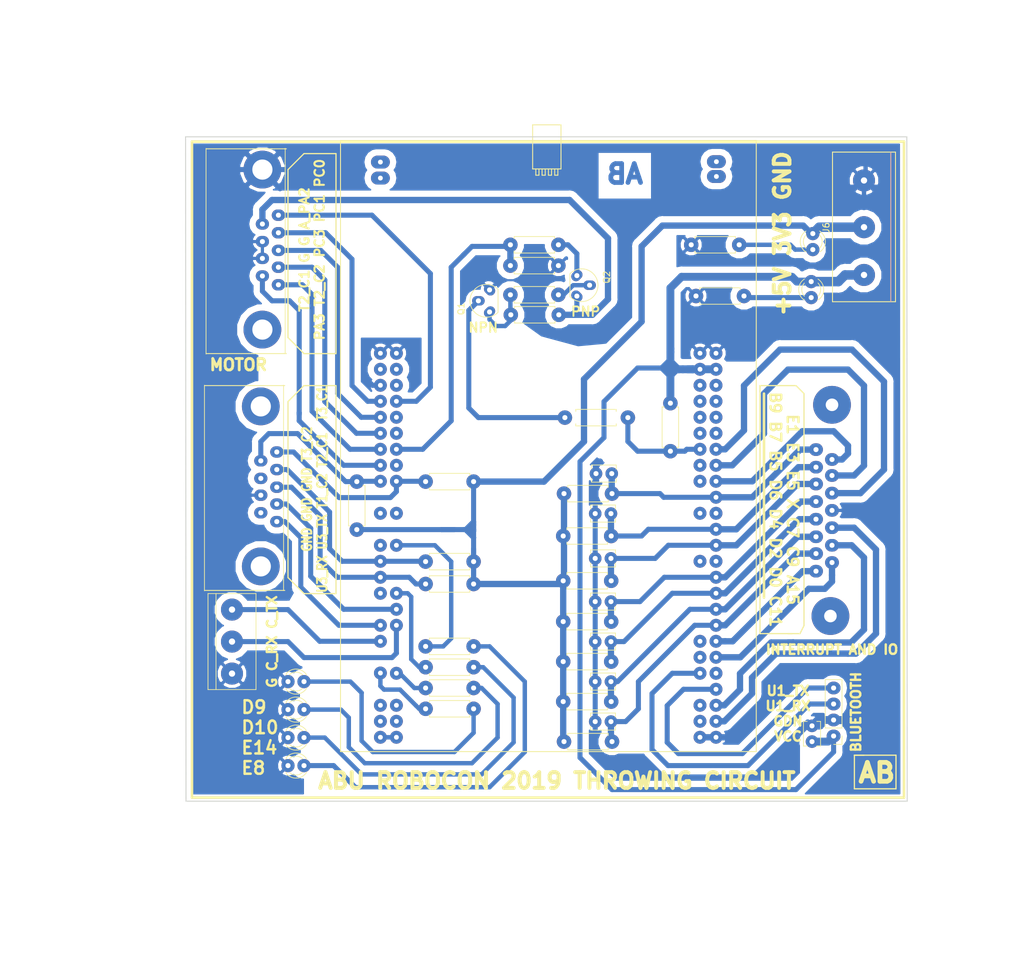
<source format=kicad_pcb>
(kicad_pcb (version 20171130) (host pcbnew "(5.0.2)-1")
  (layers (0 F.Cu signal) (31 B.Cu signal) (34 B.Paste user) (35 F.Paste user) (36 B.SilkS user hide) (37 F.SilkS user) (38 B.Mask user) (39 F.Mask user) (44 Edge.Cuts user))
  (net 0 "")
  (net 1 GND)
  (net 2 "Net-(D3-Pad2)")
  (net 3 "Net-(D4-Pad2)")
  (net 4 "Net-(D5-Pad2)")
  (net 5 "Net-(D6-Pad2)")
  (net 6 +5V)
  (net 7 /CAN2_TX)
  (net 8 /TIM1_CH2)
  (net 9 /TIM1_CH1)
  (net 10 /CAN2_RX)
  (net 11 /TIM2_CH1)
  (net 12 /M2_CH2)
  (net 13 /M1_CH1)
  (net 14 /M1_CH2)
  (net 15 /TIM2_CH2)
  (net 16 /M2_CH1)
  (net 17 /IN_7)
  (net 18 /IN_6)
  (net 19 /IN_5)
  (net 20 /IN_4)
  (net 21 /IN_3)
  (net 22 /IN_2)
  (net 23 /IN_1)
  (net 24 /GPIO_3)
  (net 25 /GPIO_2)
  (net 26 /GPIO_1)
  (net 27 /GPIO_7)
  (net 28 /GPIO_6)
  (net 29 /GPIO_5)
  (net 30 /GPIO_4)
  (net 31 /I_1)
  (net 32 /I_2)
  (net 33 /I_3)
  (net 34 /I_4)
  (net 35 /TIM3_CH1)
  (net 36 /U3_RX)
  (net 37 /U3_TX)
  (net 38 /TIM3_CH2)
  (net 39 "Net-(D1-Pad1)")
  (net 40 /PORT)
  (net 41 /CS)
  (net 42 "Net-(Q1-Pad2)")
  (net 43 "Net-(Q1-Pad1)")
  (net 44 "Net-(Q2-Pad2)")
  (net 45 /ADC3_IN2)
  (net 46 "Net-(Q2-Pad1)")
  (net 47 "Net-(D2-Pad1)")
  (net 48 +3V3)
  (net 49 /U1_RX)
  (net 50 /U1_TX)
  (module modFiles:Connector_Bornier_3 (layer F.Cu) (at 82.55 129.54 270)
    (fp_text reference J5 hide)
    (fp_text value Conn_01x03_Male)
    (pad 2 thru_hole circle (at 0 0 270) (size 3.5 3.5) (drill 1) (layers *.Cu *.Mask) (net 7 /CAN2_TX))
    (pad 3 thru_hole circle (at 5.08 0 270) (size 3.5 3.5) (drill 1) (layers *.Cu *.Mask) (net 10 /CAN2_RX))
    (pad 1 thru_hole circle (at 10.16 0 270) (size 3.5 3.5) (drill 1) (layers *.Cu *.Mask) (net 1 GND))
  )
  (module modFiles:Connector_DB_9 (layer F.Cu) (at 89.916 77.978 90)
    (fp_text reference J3 hide)
    (fp_text value DB9_Female)
    (pad 9 thru_hole oval (at 9.65 -2.54 90) (size 1.8 2.1) (drill 0.8) (layers *.Cu *.Mask) (net 40 /PORT))
    (pad 8 thru_hole oval (at 6.86 -2.54 90) (size 1.8 2.1) (drill 0.8) (layers *.Cu *.Mask) (net 1 GND))
    (pad 7 thru_hole oval (at 4.19 -2.54 90) (size 1.8 2.1) (drill 0.8) (layers *.Cu *.Mask) (net 1 GND))
    (pad 6 thru_hole oval (at 1.4 -2.54 90) (size 1.8 2.1) (drill 0.8) (layers *.Cu *.Mask) (net 11 /TIM2_CH1))
    (pad 5 thru_hole oval (at 11.05 0 90) (size 1.8 2.1) (drill 0.8) (layers *.Cu *.Mask) (net 12 /M2_CH2))
    (pad 4 thru_hole oval (at 8.26 0 90) (size 1.8 2.1) (drill 0.8) (layers *.Cu *.Mask) (net 13 /M1_CH1))
    (pad 3 thru_hole oval (at 5.46 0 90) (size 1.8 2.1) (drill 0.8) (layers *.Cu *.Mask) (net 14 /M1_CH2))
    (pad 2 thru_hole oval (at 2.79 0 90) (size 1.8 2.1) (drill 0.8) (layers *.Cu *.Mask) (net 15 /TIM2_CH2))
    (pad 1 thru_hole oval (at 0 0 90) (size 1.8 2.1) (drill 0.8) (layers *.Cu *.Mask) (net 16 /M2_CH1))
    (pad 0 thru_hole circle (at -7.11 -2.54 90) (size 6 6) (drill 3.2) (layers *.Cu *.Mask))
    (pad 8 thru_hole circle (at 18.29 -2.54 90) (size 6 6) (drill 3.2) (layers *.Cu *.Mask) (net 1 GND))
  )
  (module modFiles:STM32F407_Discovery (layer F.Cu) (at 132.7785 103.5812)
    (fp_text reference U1 hide)
    (fp_text value STM32F407_Discovery hide)
    (pad 1 thru_hole circle (at -26.67 -14.732) (size 2.05 2.05) (drill 0.762) (layers *.Cu *.Mask) (net 1 GND))
    (pad 2 thru_hole circle (at -24.13 -14.732) (size 2.05 2.05) (drill 0.762) (layers *.Cu *.Mask) (net 1 GND))
    (pad 4 thru_hole circle (at -24.13 -12.192) (size 2.05 2.05) (drill 0.762) (layers *.Cu *.Mask))
    (pad 3 thru_hole circle (at -26.67 -12.192) (size 2.05 2.05) (drill 0.762) (layers *.Cu *.Mask))
    (pad 7 thru_hole circle (at -26.67 -7.112) (size 2.05 2.05) (drill 0.762) (layers *.Cu *.Mask) (net 13 /M1_CH1))
    (pad 8 thru_hole circle (at -24.13 -7.112) (size 2.05 2.05) (drill 0.762) (layers *.Cu *.Mask) (net 12 /M2_CH2))
    (pad 6 thru_hole circle (at -24.13 -9.652) (size 2.05 2.05) (drill 0.762) (layers *.Cu *.Mask))
    (pad 5 thru_hole circle (at -26.67 -9.652) (size 2.05 2.05) (drill 0.762) (layers *.Cu *.Mask) (net 1 GND))
    (pad 13 thru_hole circle (at -26.67 0.508) (size 2.05 2.05) (drill 0.762) (layers *.Cu *.Mask) (net 16 /M2_CH1))
    (pad 14 thru_hole circle (at -24.13 0.508) (size 2.05 2.05) (drill 0.762) (layers *.Cu *.Mask) (net 45 /ADC3_IN2))
    (pad 16 thru_hole circle (at -24.13 3.048) (size 2.05 2.05) (drill 0.762) (layers *.Cu *.Mask))
    (pad 15 thru_hole circle (at -26.67 3.048) (size 2.05 2.05) (drill 0.762) (layers *.Cu *.Mask) (net 11 /TIM2_CH1))
    (pad 11 thru_hole circle (at -26.67 -2.032) (size 2.05 2.05) (drill 0.762) (layers *.Cu *.Mask) (net 15 /TIM2_CH2))
    (pad 12 thru_hole circle (at -24.13 -2.032) (size 2.05 2.05) (drill 0.762) (layers *.Cu *.Mask))
    (pad 10 thru_hole circle (at -24.13 -4.572) (size 2.05 2.05) (drill 0.762) (layers *.Cu *.Mask))
    (pad 9 thru_hole circle (at -26.67 -4.572) (size 2.05 2.05) (drill 0.762) (layers *.Cu *.Mask) (net 14 /M1_CH2))
    (pad 25 thru_hole circle (at -26.67 15.748) (size 2.05 2.05) (drill 0.762) (layers *.Cu *.Mask))
    (pad 26 thru_hole circle (at -24.13 15.748) (size 2.05 2.05) (drill 0.762) (layers *.Cu *.Mask) (net 34 /I_4))
    (pad 27 thru_hole circle (at -26.67 18.288) (size 2.05 2.05) (drill 0.762) (layers *.Cu *.Mask) (net 9 /TIM1_CH1))
    (pad 31 thru_hole circle (at -26.67 23.368) (size 2.05 2.05) (drill 0.762) (layers *.Cu *.Mask))
    (pad 32 thru_hole circle (at -24.13 23.368) (size 2.05 2.05) (drill 0.762) (layers *.Cu *.Mask) (net 33 /I_3))
    (pad 29 thru_hole circle (at -26.67 20.828) (size 2.05 2.05) (drill 0.762) (layers *.Cu *.Mask) (net 8 /TIM1_CH2))
    (pad 21 thru_hole circle (at -26.67 10.668) (size 2.05 2.05) (drill 0.762) (layers *.Cu *.Mask))
    (pad 22 thru_hole circle (at -24.13 10.668) (size 2.05 2.05) (drill 0.762) (layers *.Cu *.Mask))
    (pad 18 thru_hole circle (at -24.13 5.588) (size 2.05 2.05) (drill 0.762) (layers *.Cu *.Mask) (net 35 /TIM3_CH1))
    (pad 17 thru_hole circle (at -26.67 5.588) (size 2.05 2.05) (drill 0.762) (layers *.Cu *.Mask) (net 38 /TIM3_CH2))
    (pad 35 thru_hole circle (at -26.67 28.448) (size 2.05 2.05) (drill 0.762) (layers *.Cu *.Mask) (net 36 /U3_RX))
    (pad 36 thru_hole circle (at -24.13 28.448) (size 2.05 2.05) (drill 0.762) (layers *.Cu *.Mask) (net 10 /CAN2_RX))
    (pad 37 thru_hole circle (at -26.67 30.988) (size 2.05 2.05) (drill 0.762) (layers *.Cu *.Mask) (net 7 /CAN2_TX))
    (pad 47 thru_hole circle (at -26.67 43.688) (size 2.05 2.05) (drill 0.762) (layers *.Cu *.Mask))
    (pad 48 thru_hole circle (at -24.13 43.688) (size 2.05 2.05) (drill 0.762) (layers *.Cu *.Mask))
    (pad 50 thru_hole circle (at -24.13 46.228) (size 2.05 2.05) (drill 0.762) (layers *.Cu *.Mask) (net 1 GND))
    (pad 49 thru_hole circle (at -26.67 46.228) (size 2.05 2.05) (drill 0.762) (layers *.Cu *.Mask) (net 1 GND))
    (pad 45 thru_hole circle (at -26.67 41.148) (size 2.05 2.05) (drill 0.762) (layers *.Cu *.Mask))
    (pad 46 thru_hole circle (at -24.13 41.148) (size 2.05 2.05) (drill 0.762) (layers *.Cu *.Mask))
    (pad 34 thru_hole circle (at -24.13 25.908) (size 2.05 2.05) (drill 0.762) (layers *.Cu *.Mask) (net 37 /U3_TX))
    (pad 84 thru_hole circle (at 26.6065 25.908) (size 2.05 2.05) (drill 0.762) (layers *.Cu *.Mask) (net 22 /IN_2))
    (pad 94 thru_hole circle (at 26.6065 38.608) (size 2.05 2.05) (drill 0.762) (layers *.Cu *.Mask) (net 50 /U1_TX))
    (pad 96 thru_hole circle (at 26.6065 41.148) (size 2.05 2.05) (drill 0.762) (layers *.Cu *.Mask) (net 28 /GPIO_6))
    (pad 95 thru_hole circle (at 24.0665 41.148) (size 2.05 2.05) (drill 0.762) (layers *.Cu *.Mask))
    (pad 99 thru_hole circle (at 24.0665 46.228) (size 2.05 2.05) (drill 0.762) (layers *.Cu *.Mask) (net 1 GND))
    (pad 100 thru_hole circle (at 26.6065 46.228) (size 2.05 2.05) (drill 0.762) (layers *.Cu *.Mask) (net 1 GND))
    (pad 98 thru_hole circle (at 26.6065 43.688) (size 2.05 2.05) (drill 0.762) (layers *.Cu *.Mask) (net 27 /GPIO_7))
    (pad 97 thru_hole circle (at 24.0665 43.688) (size 2.05 2.05) (drill 0.762) (layers *.Cu *.Mask))
    (pad 89 thru_hole circle (at 24.0665 33.528) (size 2.05 2.05) (drill 0.762) (layers *.Cu *.Mask))
    (pad 90 thru_hole circle (at 26.6065 33.528) (size 2.05 2.05) (drill 0.762) (layers *.Cu *.Mask) (net 29 /GPIO_5))
    (pad 92 thru_hole circle (at 26.6065 36.068) (size 2.05 2.05) (drill 0.762) (layers *.Cu *.Mask))
    (pad 91 thru_hole circle (at 24.0665 36.068) (size 2.05 2.05) (drill 0.762) (layers *.Cu *.Mask) (net 49 /U1_RX))
    (pad 87 thru_hole circle (at 24.0665 30.988) (size 2.05 2.05) (drill 0.762) (layers *.Cu *.Mask))
    (pad 88 thru_hole circle (at 26.6065 30.988) (size 2.05 2.05) (drill 0.762) (layers *.Cu *.Mask) (net 30 /GPIO_4))
    (pad 86 thru_hole circle (at 26.6065 28.448) (size 2.05 2.05) (drill 0.762) (layers *.Cu *.Mask) (net 23 /IN_1))
    (pad 67 thru_hole circle (at 24.0665 5.588) (size 2.05 2.05) (drill 0.762) (layers *.Cu *.Mask))
    (pad 68 thru_hole circle (at 26.6065 5.588) (size 2.05 2.05) (drill 0.762) (layers *.Cu *.Mask) (net 24 /GPIO_3))
    (pad 70 thru_hole circle (at 26.6065 8.128) (size 2.05 2.05) (drill 0.762) (layers *.Cu *.Mask) (net 17 /IN_7))
    (pad 74 thru_hole circle (at 26.6065 13.208) (size 2.05 2.05) (drill 0.762) (layers *.Cu *.Mask) (net 18 /IN_6))
    (pad 72 thru_hole circle (at 26.6065 10.668) (size 2.05 2.05) (drill 0.762) (layers *.Cu *.Mask))
    (pad 71 thru_hole circle (at 24.0665 10.668) (size 2.05 2.05) (drill 0.762) (layers *.Cu *.Mask))
    (pad 80 thru_hole circle (at 26.6065 20.828) (size 2.05 2.05) (drill 0.762) (layers *.Cu *.Mask) (net 20 /IN_4))
    (pad 82 thru_hole circle (at 26.6065 23.368) (size 2.05 2.05) (drill 0.762) (layers *.Cu *.Mask) (net 21 /IN_3))
    (pad 77 thru_hole circle (at 24.0665 18.288) (size 2.05 2.05) (drill 0.762) (layers *.Cu *.Mask))
    (pad 78 thru_hole circle (at 26.6065 18.288) (size 2.05 2.05) (drill 0.762) (layers *.Cu *.Mask))
    (pad 76 thru_hole circle (at 26.6065 15.748) (size 2.05 2.05) (drill 0.762) (layers *.Cu *.Mask) (net 19 /IN_5))
    (pad 59 thru_hole circle (at 24.0665 -4.572) (size 2.05 2.05) (drill 0.762) (layers *.Cu *.Mask))
    (pad 60 thru_hole circle (at 26.6065 -4.572) (size 2.05 2.05) (drill 0.762) (layers *.Cu *.Mask))
    (pad 62 thru_hole circle (at 26.6065 -2.032) (size 2.05 2.05) (drill 0.762) (layers *.Cu *.Mask))
    (pad 61 thru_hole circle (at 24.0665 -2.032) (size 2.05 2.05) (drill 0.762) (layers *.Cu *.Mask))
    (pad 65 thru_hole circle (at 24.0665 3.048) (size 2.05 2.05) (drill 0.762) (layers *.Cu *.Mask))
    (pad 66 thru_hole circle (at 26.6065 3.048) (size 2.05 2.05) (drill 0.762) (layers *.Cu *.Mask) (net 25 /GPIO_2))
    (pad 64 thru_hole circle (at 26.6065 0.508) (size 2.05 2.05) (drill 0.762) (layers *.Cu *.Mask) (net 26 /GPIO_1))
    (pad 63 thru_hole circle (at 24.0665 0.508) (size 2.05 2.05) (drill 0.762) (layers *.Cu *.Mask) (net 41 /CS))
    (pad 55 thru_hole circle (at 24.0665 -9.652) (size 2.05 2.05) (drill 0.762) (layers *.Cu *.Mask))
    (pad 56 thru_hole circle (at 26.6065 -9.652) (size 2.05 2.05) (drill 0.762) (layers *.Cu *.Mask))
    (pad 58 thru_hole circle (at 26.6065 -7.112) (size 2.05 2.05) (drill 0.762) (layers *.Cu *.Mask))
    (pad 57 thru_hole circle (at 24.0665 -7.112) (size 2.05 2.05) (drill 0.762) (layers *.Cu *.Mask))
    (pad 53 thru_hole circle (at 24.0665 -12.192) (size 2.05 2.05) (drill 0.762) (layers *.Cu *.Mask) (net 6 +5V))
    (pad 54 thru_hole circle (at 26.6065 -12.192) (size 2.05 2.05) (drill 0.762) (layers *.Cu *.Mask) (net 6 +5V))
    (pad 52 thru_hole circle (at 26.6065 -14.732) (size 2.05 2.05) (drill 0.762) (layers *.Cu *.Mask) (net 1 GND))
    (pad 51 thru_hole circle (at 24.0665 -14.732) (size 2.05 2.05) (drill 0.762) (layers *.Cu *.Mask) (net 1 GND))
    (pad c thru_hole oval (at 26.67 -45.1485) (size 3 2.05) (drill 0.762) (layers *.Cu *.Mask))
    (pad d thru_hole oval (at 26.67 -42.799) (size 3 2.05) (drill 0.762) (layers *.Cu *.Mask))
    (pad b thru_hole oval (at -26.67 -42.545) (size 3 2.05) (drill 0.762) (layers *.Cu *.Mask))
    (pad a thru_hole oval (at -26.67 -45.085) (size 3 2.05) (drill 0.762) (layers *.Cu *.Mask))
    (pad 41 thru_hole circle (at -26.67 36.028) (size 2.05 2.05) (drill 0.762) (layers *.Cu *.Mask) (net 31 /I_1))
    (pad 42 thru_hole circle (at -24.13 36.068) (size 2.05 2.05) (drill 0.762) (layers *.Cu *.Mask) (net 32 /I_2))
  )
  (module modFiles:Resistor_small (layer F.Cu) (at 144.145 99.06 180)
    (fp_text reference R7 hide)
    (fp_text value R)
    (pad 1 thru_hole circle (at -1.25 0 180) (size 2.3 2.3) (drill 0.8) (layers *.Cu *.Mask) (net 41 /CS))
    (pad 2 thru_hole circle (at 8.75 0 180) (size 2.3 2.3) (drill 0.8) (layers *.Cu *.Mask) (net 42 "Net-(Q1-Pad2)"))
  )
  (module modFiles:BC547 (layer F.Cu) (at 138.049 76.7715 270)
    (fp_text reference Q2 (at 0 -4 270) (layer F.SilkS))
    (fp_text value BC557)
    (pad 3 thru_hole oval (at 3 0.75 315) (size 1.9 1.5) (drill 0.8) (layers *.Cu *.Mask) (net 40 /PORT))
    (pad 1 thru_hole oval (at -0.25 0.75 315) (size 1.5 1.9) (drill 0.8) (layers *.Cu *.Mask) (net 46 "Net-(Q2-Pad1)"))
    (pad 2 thru_hole oval (at 1.27 -1.27) (size 2 1.5) (drill 0.8) (layers *.Cu *.Mask) (net 44 "Net-(Q2-Pad2)"))
  )
  (module modFiles:BC547 (layer F.Cu) (at 122.936 81.788 90)
    (fp_text reference Q1 (at 0 -4 90) (layer F.SilkS))
    (fp_text value BC547)
    (pad 2 thru_hole oval (at 1.27 -1.27 180) (size 2 1.5) (drill 0.8) (layers *.Cu *.Mask) (net 42 "Net-(Q1-Pad2)"))
    (pad 1 thru_hole oval (at -0.5 0.5 135) (size 1.5 1.9) (drill 0.8) (layers *.Cu *.Mask) (net 43 "Net-(Q1-Pad1)"))
    (pad 3 thru_hole oval (at 3 0.5 135) (size 1.9 1.5) (drill 0.8) (layers *.Cu *.Mask) (net 1 GND))
  )
  (module modFiles:LED_D3.0mm (layer F.Cu) (at 174.498 80.01 90)
    (fp_text reference D1 hide)
    (fp_text value LED)
    (pad 1 thru_hole circle (at 0 0 90) (size 2.1 2.1) (drill 0.8) (layers *.Cu *.Mask) (net 39 "Net-(D1-Pad1)"))
    (pad 2 thru_hole circle (at 2.54 0 90) (size 2.1 2.1) (drill 0.8) (layers *.Cu *.Mask) (net 6 +5V))
  )
  (module modFiles:LED_D3.0mm (layer F.Cu) (at 91.44 140.97)
    (fp_text reference D3 hide)
    (fp_text value LED)
    (pad 2 thru_hole circle (at 2.54 0) (size 2.1 2.1) (drill 0.8) (layers *.Cu *.Mask) (net 2 "Net-(D3-Pad2)"))
    (pad 1 thru_hole circle (at 0 0) (size 2.1 2.1) (drill 0.8) (layers *.Cu *.Mask) (net 1 GND))
  )
  (module modFiles:LED_D3.0mm (layer F.Cu) (at 91.44 145.415)
    (fp_text reference D4 hide)
    (fp_text value LED)
    (pad 2 thru_hole circle (at 2.54 0) (size 2.1 2.1) (drill 0.8) (layers *.Cu *.Mask) (net 3 "Net-(D4-Pad2)"))
    (pad 1 thru_hole circle (at 0 0) (size 2.1 2.1) (drill 0.8) (layers *.Cu *.Mask) (net 1 GND))
  )
  (module modFiles:LED_D3.0mm (layer F.Cu) (at 91.44 149.86)
    (fp_text reference D5 hide)
    (fp_text value LED)
    (pad 2 thru_hole circle (at 2.54 0) (size 2.1 2.1) (drill 0.8) (layers *.Cu *.Mask) (net 4 "Net-(D5-Pad2)"))
    (pad 1 thru_hole circle (at 0 0) (size 2.1 2.1) (drill 0.8) (layers *.Cu *.Mask) (net 1 GND))
  )
  (module modFiles:LED_D3.0mm (layer F.Cu) (at 91.44 154.305)
    (fp_text reference D6 hide)
    (fp_text value LED)
    (pad 1 thru_hole circle (at 0 0) (size 2.1 2.1) (drill 0.8) (layers *.Cu *.Mask) (net 1 GND))
    (pad 2 thru_hole circle (at 2.54 0) (size 2.1 2.1) (drill 0.8) (layers *.Cu *.Mask) (net 5 "Net-(D6-Pad2)"))
  )
  (module modFiles:Connector_DB_9 (layer F.Cu) (at 89.662 115.57 90)
    (fp_text reference J2 hide)
    (fp_text value DB9_Female)
    (pad 0 thru_hole circle (at 18.29 -2.54 90) (size 6 6) (drill 3.2) (layers *.Cu *.Mask))
    (pad 0 thru_hole circle (at -7.11 -2.54 90) (size 6 6) (drill 3.2) (layers *.Cu *.Mask))
    (pad 1 thru_hole oval (at 0 0 90) (size 1.8 2.1) (drill 0.8) (layers *.Cu *.Mask) (net 36 /U3_RX))
    (pad 2 thru_hole oval (at 2.79 0 90) (size 1.8 2.1) (drill 0.8) (layers *.Cu *.Mask) (net 37 /U3_TX))
    (pad 3 thru_hole oval (at 5.46 0 90) (size 1.8 2.1) (drill 0.8) (layers *.Cu *.Mask) (net 8 /TIM1_CH2))
    (pad 4 thru_hole oval (at 8.26 0 90) (size 1.8 2.1) (drill 0.8) (layers *.Cu *.Mask) (net 9 /TIM1_CH1))
    (pad 5 thru_hole oval (at 11.05 0 90) (size 1.8 2.1) (drill 0.8) (layers *.Cu *.Mask) (net 35 /TIM3_CH1))
    (pad 6 thru_hole oval (at 1.4 -2.54 90) (size 1.8 2.1) (drill 0.8) (layers *.Cu *.Mask))
    (pad 7 thru_hole oval (at 4.19 -2.54 90) (size 1.8 2.1) (drill 0.8) (layers *.Cu *.Mask) (net 1 GND))
    (pad 8 thru_hole oval (at 6.86 -2.54 90) (size 1.8 2.1) (drill 0.8) (layers *.Cu *.Mask))
    (pad 9 thru_hole oval (at 9.65 -2.54 90) (size 1.8 2.1) (drill 0.8) (layers *.Cu *.Mask) (net 38 /TIM3_CH2))
  )
  (module modFiles:Connector_DB15 (layer F.Cu) (at 175.26 104.14 270)
    (fp_text reference J4 hide)
    (fp_text value DB15_Female)
    (pad 0 thru_hole oval (at 26.42 -2.29 270) (size 6 6) (drill 2) (layers *.Cu *.Mask))
    (pad 0 thru_hole oval (at -7.11 -2.54 270) (size 6 6) (drill 2) (layers *.Cu *.Mask))
    (pad 1 thru_hole oval (at 0 0 270) (size 2 2.2) (drill 0.8) (layers *.Cu *.Mask) (net 17 /IN_7))
    (pad 2 thru_hole oval (at 2.79 0 270) (size 2 2.2) (drill 0.8) (layers *.Cu *.Mask) (net 18 /IN_6))
    (pad 3 thru_hole oval (at 5.46 0 270) (size 2 2.2) (drill 0.8) (layers *.Cu *.Mask) (net 19 /IN_5))
    (pad 4 thru_hole oval (at 8.25 0 270) (size 2 2.2) (drill 0.8) (layers *.Cu *.Mask) (net 20 /IN_4))
    (pad 5 thru_hole oval (at 11.05 0 270) (size 2 2.2) (drill 0.8) (layers *.Cu *.Mask) (net 21 /IN_3))
    (pad 6 thru_hole oval (at 13.84 0 270) (size 2 2.2) (drill 0.8) (layers *.Cu *.Mask) (net 22 /IN_2))
    (pad 7 thru_hole oval (at 16.51 0 270) (size 2 2.2) (drill 0.8) (layers *.Cu *.Mask) (net 23 /IN_1))
    (pad 8 thru_hole oval (at 19.3 0 270) (size 2 2.2) (drill 0.8) (layers *.Cu *.Mask) (net 30 /GPIO_4))
    (pad 9 thru_hole oval (at 1.57 -2.54 270) (size 2 2.2) (drill 0.8) (layers *.Cu *.Mask) (net 24 /GPIO_3))
    (pad 10 thru_hole oval (at 4.11 -2.54 270) (size 2 2.2) (drill 0.8) (layers *.Cu *.Mask) (net 25 /GPIO_2))
    (pad 11 thru_hole oval (at 6.91 -2.54 270) (size 2 2.2) (drill 0.8) (layers *.Cu *.Mask) (net 26 /GPIO_1))
    (pad 12 thru_hole oval (at 9.65 -2.54 270) (size 2 2.2) (drill 0.8) (layers *.Cu *.Mask) (net 1 GND))
    (pad 13 thru_hole oval (at 12.4 -2.54 270) (size 2 2.2) (drill 0.8) (layers *.Cu *.Mask) (net 27 /GPIO_7))
    (pad 14 thru_hole oval (at 15.19 -2.54 270) (size 2 2.2) (drill 0.8) (layers *.Cu *.Mask) (net 28 /GPIO_6))
    (pad 15 thru_hole oval (at 17.93 -2.54 270) (size 2 2.2) (drill 0.8) (layers *.Cu *.Mask) (net 29 /GPIO_5))
  )
  (module modFiles:Resistor_small (layer F.Cu) (at 163.83 79.756 180)
    (fp_text reference R1 hide)
    (fp_text value R)
    (pad 1 thru_hole circle (at 0 0 180) (size 2.3 2.3) (drill 0.8) (layers *.Cu *.Mask) (net 39 "Net-(D1-Pad1)"))
    (pad 2 thru_hole circle (at 7.62 0 180) (size 2.3 2.3) (drill 0.8) (layers *.Cu *.Mask) (net 1 GND))
  )
  (module modFiles:Resistor_small (layer F.Cu) (at 113.284 145.288)
    (fp_text reference R3 hide)
    (fp_text value R)
    (pad 2 thru_hole circle (at 7.62 0) (size 2.3 2.3) (drill 0.8) (layers *.Cu *.Mask) (net 2 "Net-(D3-Pad2)"))
    (pad 1 thru_hole circle (at 0 0) (size 2.3 2.3) (drill 0.8) (layers *.Cu *.Mask) (net 31 /I_1))
  )
  (module modFiles:Resistor_small (layer F.Cu) (at 113.284 141.986)
    (fp_text reference R4 hide)
    (fp_text value R)
    (pad 1 thru_hole circle (at 0 0) (size 2.3 2.3) (drill 0.8) (layers *.Cu *.Mask) (net 32 /I_2))
    (pad 2 thru_hole circle (at 7.62 0) (size 2.3 2.3) (drill 0.8) (layers *.Cu *.Mask) (net 3 "Net-(D4-Pad2)"))
  )
  (module modFiles:Resistor_small (layer F.Cu) (at 113.284 138.684)
    (fp_text reference R5 hide)
    (fp_text value R)
    (pad 1 thru_hole circle (at 0 0) (size 2.3 2.3) (drill 0.8) (layers *.Cu *.Mask) (net 33 /I_3))
    (pad 2 thru_hole circle (at 7.62 0) (size 2.3 2.3) (drill 0.8) (layers *.Cu *.Mask) (net 4 "Net-(D5-Pad2)"))
  )
  (module modFiles:Resistor_small (layer F.Cu) (at 113.284 135.382)
    (fp_text reference R6 hide)
    (fp_text value R)
    (pad 2 thru_hole circle (at 7.62 0) (size 2.3 2.3) (drill 0.8) (layers *.Cu *.Mask) (net 5 "Net-(D6-Pad2)"))
    (pad 1 thru_hole circle (at 0 0) (size 2.3 2.3) (drill 0.8) (layers *.Cu *.Mask) (net 34 /I_4))
  )
  (module modFiles:Capacitor_Disc_Small (layer F.Cu) (at 140.208 147.32)
    (fp_text reference C1 hide)
    (fp_text value C)
    (pad 1 thru_hole circle (at 0 0) (size 2 2) (drill 0.8) (layers *.Cu *.Mask) (net 1 GND))
    (pad 2 thru_hole circle (at 2.5 0) (size 2 2) (drill 0.8) (layers *.Cu *.Mask) (net 23 /IN_1))
  )
  (module modFiles:Capacitor_Disc_Small (layer F.Cu) (at 140.208 140.97)
    (fp_text reference C2 hide)
    (fp_text value C)
    (pad 2 thru_hole circle (at 2.5 0) (size 2 2) (drill 0.8) (layers *.Cu *.Mask) (net 22 /IN_2))
    (pad 1 thru_hole circle (at 0 0) (size 2 2) (drill 0.8) (layers *.Cu *.Mask) (net 1 GND))
  )
  (module modFiles:Capacitor_Disc_Small (layer F.Cu) (at 140.208 134.62)
    (fp_text reference C3 hide)
    (fp_text value C)
    (pad 1 thru_hole circle (at 0 0) (size 2 2) (drill 0.8) (layers *.Cu *.Mask) (net 1 GND))
    (pad 2 thru_hole circle (at 2.5 0) (size 2 2) (drill 0.8) (layers *.Cu *.Mask) (net 21 /IN_3))
  )
  (module modFiles:Capacitor_Disc_Small (layer F.Cu) (at 140.208 128.27)
    (fp_text reference C4 hide)
    (fp_text value C)
    (pad 2 thru_hole circle (at 2.5 0) (size 2 2) (drill 0.8) (layers *.Cu *.Mask) (net 20 /IN_4))
    (pad 1 thru_hole circle (at 0 0) (size 2 2) (drill 0.8) (layers *.Cu *.Mask) (net 1 GND))
  )
  (module modFiles:Capacitor_Disc_Small (layer F.Cu) (at 140.208 121.412)
    (fp_text reference C5 hide)
    (fp_text value C)
    (pad 1 thru_hole circle (at 0 0) (size 2 2) (drill 0.8) (layers *.Cu *.Mask) (net 1 GND))
    (pad 2 thru_hole circle (at 2.5 0) (size 2 2) (drill 0.8) (layers *.Cu *.Mask) (net 19 /IN_5))
  )
  (module modFiles:Capacitor_Disc_Small (layer F.Cu) (at 140.208 114.3)
    (fp_text reference C6 hide)
    (fp_text value C)
    (pad 2 thru_hole circle (at 2.5 0) (size 2 2) (drill 0.8) (layers *.Cu *.Mask) (net 18 /IN_6))
    (pad 1 thru_hole circle (at 0 0) (size 2 2) (drill 0.8) (layers *.Cu *.Mask) (net 1 GND))
  )
  (module modFiles:Capacitor_Disc_Small (layer F.Cu) (at 140.335 107.95)
    (fp_text reference C7 hide)
    (fp_text value C)
    (pad 1 thru_hole circle (at 0 0) (size 2 2) (drill 0.8) (layers *.Cu *.Mask) (net 1 GND))
    (pad 2 thru_hole circle (at 2.5 0) (size 2 2) (drill 0.8) (layers *.Cu *.Mask) (net 17 /IN_7))
  )
  (module modFiles:Resistor_small (layer F.Cu) (at 152.146 96.774 270)
    (fp_text reference R2 hide)
    (fp_text value R)
    (pad 2 thru_hole circle (at 7.62 0 270) (size 2.3 2.3) (drill 0.8) (layers *.Cu *.Mask) (net 41 /CS))
    (pad 1 thru_hole circle (at 0 0 270) (size 2.3 2.3) (drill 0.8) (layers *.Cu *.Mask) (net 6 +5V))
  )
  (module modFiles:Resistor_small (layer F.Cu) (at 134.4295 82.7405 180)
    (fp_text reference R8 hide)
    (fp_text value R)
    (pad 2 thru_hole circle (at 7.62 0 180) (size 2.3 2.3) (drill 0.8) (layers *.Cu *.Mask) (net 43 "Net-(Q1-Pad1)"))
    (pad 1 thru_hole circle (at 0 0 180) (size 2.3 2.3) (drill 0.8) (layers *.Cu *.Mask) (net 40 /PORT))
  )
  (module modFiles:Resistor_small (layer F.Cu) (at 126.746 79.5655)
    (fp_text reference R9 hide)
    (fp_text value R)
    (pad 1 thru_hole circle (at 0 0) (size 2.3 2.3) (drill 0.8) (layers *.Cu *.Mask) (net 43 "Net-(Q1-Pad1)"))
    (pad 2 thru_hole circle (at 7.62 0) (size 2.3 2.3) (drill 0.8) (layers *.Cu *.Mask) (net 44 "Net-(Q2-Pad2)"))
  )
  (module modFiles:Resistor_small (layer F.Cu) (at 134.366 71.628 180)
    (fp_text reference R10 hide)
    (fp_text value R hide)
    (pad 2 thru_hole circle (at 7.62 0 180) (size 2.3 2.3) (drill 0.8) (layers *.Cu *.Mask) (net 45 /ADC3_IN2))
    (pad 1 thru_hole circle (at 0 0 180) (size 2.3 2.3) (drill 0.8) (layers *.Cu *.Mask) (net 46 "Net-(Q2-Pad1)"))
  )
  (module modFiles:Resistor_small (layer F.Cu) (at 126.746 74.93)
    (fp_text reference R11 hide)
    (fp_text value R)
    (pad 2 thru_hole circle (at 7.62 0) (size 2.3 2.3) (drill 0.8) (layers *.Cu *.Mask) (net 1 GND))
    (pad 1 thru_hole circle (at 0 0) (size 2.3 2.3) (drill 0.8) (layers *.Cu *.Mask) (net 45 /ADC3_IN2))
  )
  (module modFiles:LED_D3.0mm (layer F.Cu) (at 174.752 72.39 90)
    (fp_text reference D2 hide)
    (fp_text value LED)
    (pad 1 thru_hole circle (at 0 0 90) (size 2.1 2.1) (drill 0.8) (layers *.Cu *.Mask) (net 47 "Net-(D2-Pad1)"))
    (pad 2 thru_hole circle (at 2.54 0 90) (size 2.1 2.1) (drill 0.8) (layers *.Cu *.Mask) (net 48 +3V3))
  )
  (module Pin_Headers:Pin_Header_Straight_1x04_Pitch2.54mm (layer F.Cu) (at 178.054 149.606 180)
    (fp_text reference J1 hide)
    (fp_text value Conn_01x04)
    (pad 1 thru_hole oval (at 0 0 180) (size 2.2 2) (drill 0.8) (layers *.Cu *.Mask) (net 6 +5V))
    (pad 2 thru_hole oval (at 0 2.54 180) (size 2.2 2) (drill 0.8) (layers *.Cu *.Mask) (net 1 GND))
    (pad 3 thru_hole oval (at 0 5.08 180) (size 2.2 2) (drill 0.8) (layers *.Cu *.Mask) (net 49 /U1_RX))
    (pad 4 thru_hole oval (at 0 7.62 180) (size 2.2 2) (drill 0.8) (layers *.Cu *.Mask) (net 50 /U1_TX))
  )
  (module modFiles:Resistor_small (layer F.Cu) (at 163.068 71.628 180)
    (fp_text reference R12 hide)
    (fp_text value R)
    (pad 1 thru_hole circle (at 0 0 180) (size 2.3 2.3) (drill 0.8) (layers *.Cu *.Mask) (net 47 "Net-(D2-Pad1)"))
    (pad 2 thru_hole circle (at 7.62 0 180) (size 2.3 2.3) (drill 0.8) (layers *.Cu *.Mask) (net 1 GND))
  )
  (module modFiles:Resistor_small (layer F.Cu) (at 120.904 121.92 180)
    (fp_text reference R13 hide)
    (fp_text value R)
    (pad 2 thru_hole circle (at 7.62 0 180) (size 2.3 2.3) (drill 0.8) (layers *.Cu *.Mask) (net 9 /TIM1_CH1))
    (pad 1 thru_hole circle (at 0 0 180) (size 2.3 2.3) (drill 0.8) (layers *.Cu *.Mask) (net 48 +3V3))
  )
  (module modFiles:Resistor_small (layer F.Cu) (at 120.904 109.22 180)
    (fp_text reference R14 hide)
    (fp_text value R)
    (pad 1 thru_hole circle (at 0 0 180) (size 2.3 2.3) (drill 0.8) (layers *.Cu *.Mask) (net 48 +3V3))
    (pad 2 thru_hole circle (at 7.62 0 180) (size 2.3 2.3) (drill 0.8) (layers *.Cu *.Mask) (net 35 /TIM3_CH1))
  )
  (module modFiles:Resistor_small (layer F.Cu) (at 120.904 125.476 180)
    (fp_text reference R15 hide)
    (fp_text value R hide)
    (pad 2 thru_hole circle (at 7.62 0 180) (size 2.3 2.3) (drill 0.8) (layers *.Cu *.Mask) (net 8 /TIM1_CH2))
    (pad 1 thru_hole circle (at 0 0 180) (size 2.3 2.3) (drill 0.8) (layers *.Cu *.Mask) (net 48 +3V3))
  )
  (module modFiles:Resistor_small (layer F.Cu) (at 102.362 116.84 90)
    (fp_text reference R16 hide)
    (fp_text value R)
    (pad 1 thru_hole circle (at 0 0 90) (size 2.3 2.3) (drill 0.8) (layers *.Cu *.Mask) (net 48 +3V3))
    (pad 2 thru_hole circle (at 7.62 0 90) (size 2.3 2.3) (drill 0.8) (layers *.Cu *.Mask) (net 38 /TIM3_CH2))
  )
  (module modFiles:Resistor_small (layer F.Cu) (at 135.255 150.495)
    (fp_text reference R17 hide)
    (fp_text value R)
    (pad 2 thru_hole circle (at 7.62 0) (size 2.3 2.3) (drill 0.8) (layers *.Cu *.Mask) (net 23 /IN_1))
    (pad 1 thru_hole circle (at 0 0) (size 2.3 2.3) (drill 0.8) (layers *.Cu *.Mask) (net 48 +3V3))
  )
  (module modFiles:Resistor_small (layer F.Cu) (at 135.128 144.145)
    (fp_text reference R18 hide)
    (fp_text value R)
    (pad 1 thru_hole circle (at 0 0) (size 2.3 2.3) (drill 0.8) (layers *.Cu *.Mask) (net 48 +3V3))
    (pad 2 thru_hole circle (at 7.62 0) (size 2.3 2.3) (drill 0.8) (layers *.Cu *.Mask) (net 22 /IN_2))
  )
  (module modFiles:Resistor_small (layer F.Cu) (at 135.128 137.795)
    (fp_text reference R19 hide)
    (fp_text value R)
    (pad 2 thru_hole circle (at 7.62 0) (size 2.3 2.3) (drill 0.8) (layers *.Cu *.Mask) (net 21 /IN_3))
    (pad 1 thru_hole circle (at 0 0) (size 2.3 2.3) (drill 0.8) (layers *.Cu *.Mask) (net 48 +3V3))
  )
  (module modFiles:Resistor_small (layer F.Cu) (at 135.128 131.445)
    (fp_text reference R20 hide)
    (fp_text value R)
    (pad 1 thru_hole circle (at 0 0) (size 2.3 2.3) (drill 0.8) (layers *.Cu *.Mask) (net 48 +3V3))
    (pad 2 thru_hole circle (at 7.62 0) (size 2.3 2.3) (drill 0.8) (layers *.Cu *.Mask) (net 20 /IN_4))
  )
  (module modFiles:Resistor_small (layer F.Cu) (at 135.128 124.968)
    (fp_text reference R21 hide)
    (fp_text value R)
    (pad 2 thru_hole circle (at 7.62 0) (size 2.3 2.3) (drill 0.8) (layers *.Cu *.Mask) (net 19 /IN_5))
    (pad 1 thru_hole circle (at 0 0) (size 2.3 2.3) (drill 0.8) (layers *.Cu *.Mask) (net 48 +3V3))
  )
  (module modFiles:Resistor_small (layer F.Cu) (at 135.128 117.856)
    (fp_text reference R22 hide)
    (fp_text value R)
    (pad 1 thru_hole circle (at 0 0) (size 2.3 2.3) (drill 0.8) (layers *.Cu *.Mask) (net 48 +3V3))
    (pad 2 thru_hole circle (at 7.62 0) (size 2.3 2.3) (drill 0.8) (layers *.Cu *.Mask) (net 18 /IN_6))
  )
  (module modFiles:Resistor_small (layer F.Cu) (at 135.255 111.125)
    (fp_text reference R23 hide)
    (fp_text value R)
    (pad 1 thru_hole circle (at 0 0) (size 2.3 2.3) (drill 0.8) (layers *.Cu *.Mask) (net 48 +3V3))
    (pad 2 thru_hole circle (at 7.62 0) (size 2.3 2.3) (drill 0.8) (layers *.Cu *.Mask) (net 17 /IN_7))
  )
  (module modFiles:Capacitor_Disc_Small (layer F.Cu) (at 174.625 150.495 90)
    (fp_text reference C8 hide)
    (fp_text value C)
    (pad 1 thru_hole circle (at 0 0 90) (size 2 2) (drill 0.8) (layers *.Cu *.Mask) (net 6 +5V))
    (pad 2 thru_hole circle (at 2.5 0 90) (size 2 2) (drill 0.8) (layers *.Cu *.Mask) (net 1 GND))
  )
  (module modFiles:Large_Connector_Bornier_3 (layer F.Cu) (at 182.88 73.914 90)
    (fp_text reference J6 (at 5 -6 90) (layer F.SilkS))
    (fp_text value Conn_01x03_Male)
    (pad 1 thru_hole circle (at -2.5 0 90) (size 3.5 3.5) (drill 1) (layers *.Cu *.Mask) (net 6 +5V))
    (pad 2 thru_hole circle (at 5.08 0 90) (size 3.5 3.5) (drill 1) (layers *.Cu *.Mask) (net 48 +3V3))
    (pad 3 thru_hole circle (at 12.5 0 90) (size 3.5 3.5) (drill 1) (layers *.Cu *.Mask) (net 1 GND))
  )
  (gr_text AB (at 144.907 60.3885) (layer B.Cu) (effects (font (size 3 3) (thickness 0.75)) (justify mirror)))
  (gr_text "D9\nD10\nE14\nE8" (at 83.82 149.86) (layer F.SilkS) (effects (font (size 2 2) (thickness 0.4)) (justify left)))
  (gr_text BLUETOOTH (at 181.61 145.796 90) (layer F.SilkS) (effects (font (size 1.5 1.5) (thickness 0.375))))
  (gr_text "+5V 3V3 GND\n" (at 169.926 69.85 90) (layer F.SilkS) (effects (font (size 2.5 2.5) (thickness 0.625))))
  (gr_text "G C_RX C_TX" (at 88.9 134.62 90) (layer F.SilkS) (effects (font (size 1.5 1.5) (thickness 0.375))))
  (gr_text "U1_TX\nU1_RX\nGDN\nVCC" (at 170.815 146.05) (layer F.SilkS) (effects (font (size 1.5 1.5) (thickness 0.375))))
  (gr_line (start 181.356 152.654) (end 187.96 152.654) (angle 90) (layer F.SilkS) (width 0.2))
  (gr_line (start 181.356 152.654) (end 182.88 152.654) (angle 90) (layer F.SilkS) (width 0.2))
  (gr_line (start 181.356 157.988) (end 181.356 152.654) (angle 90) (layer F.SilkS) (width 0.2))
  (gr_line (start 187.96 157.988) (end 181.356 157.988) (angle 90) (layer F.SilkS) (width 0.2))
  (gr_line (start 187.96 152.654) (end 187.96 157.988) (angle 90) (layer F.SilkS) (width 0.2))
  (gr_line (start 91.44 96.52) (end 93.98 93.98) (angle 90) (layer F.SilkS) (width 0.2))
  (gr_line (start 91.44 124.46) (end 91.44 96.52) (angle 90) (layer F.SilkS) (width 0.2))
  (gr_line (start 93.98 127) (end 91.44 124.46) (angle 90) (layer F.SilkS) (width 0.2))
  (gr_line (start 99.06 127) (end 93.98 127) (angle 90) (layer F.SilkS) (width 0.2))
  (gr_line (start 99.06 93.98) (end 99.06 127) (angle 90) (layer F.SilkS) (width 0.2))
  (gr_line (start 93.98 93.98) (end 99.06 93.98) (angle 90) (layer F.SilkS) (width 0.2))
  (gr_line (start 91.44 86.36) (end 91.44 59.69) (angle 90) (layer F.SilkS) (width 0.2))
  (gr_line (start 93.98 88.9) (end 91.44 86.36) (angle 90) (layer F.SilkS) (width 0.2))
  (gr_line (start 93.98 57.15) (end 91.44 59.69) (angle 90) (layer F.SilkS) (width 0.2))
  (gr_line (start 99.06 57.15) (end 93.98 57.15) (angle 90) (layer F.SilkS) (width 0.2))
  (gr_line (start 99.06 88.9) (end 93.98 88.9) (angle 90) (layer F.SilkS) (width 0.2))
  (gr_line (start 99.06 57.15) (end 99.06 88.9) (angle 90) (layer F.SilkS) (width 0.2))
  (gr_line (start 172.72 133.35) (end 170.815 133.35) (angle 90) (layer F.SilkS) (width 0.2))
  (gr_line (start 173.355 132.08) (end 172.72 133.35) (angle 90) (layer F.SilkS) (width 0.2))
  (gr_line (start 173.355 131.445) (end 173.355 132.08) (angle 90) (layer F.SilkS) (width 0.2))
  (gr_line (start 166.37 132.715) (end 166.37 133.35) (angle 90) (layer F.SilkS) (width 0.2))
  (gr_text AB (at 184.912 155.448) (layer F.SilkS) (effects (font (size 3 3) (thickness 0.75))))
  (gr_line (start 167.005 95.25) (end 167.005 127.635) (angle 90) (layer F.SilkS) (width 0.4))
  (gr_text "E1 E3 E5 X C7 C9 A15\nB9 B7 B5 D6 D4 D2 D0 C11" (at 170.18 113.665 270) (layer F.SilkS) (effects (font (size 1.7 1.7) (thickness 0.375))))
  (gr_text "T2_C1 G G A_PA2\nPA3 T2_C2 PC3 PC1 PC0" (at 95.25 72.39 90) (layer F.SilkS) (effects (font (size 1.5 1.5) (thickness 0.325))))
  (gr_text "GND GND GND T3_C2\nU3_RX U3_TX T1_C2 T2_C1  T3_C1" (at 95.6564 110.4138 90) (layer F.SilkS) (effects (font (size 1.5 1.25) (thickness 0.3125))))
  (gr_text "NPN\n" (at 122.428 84.7725) (layer F.SilkS) (effects (font (size 1.5 1.5) (thickness 0.3))))
  (gr_text "PNP\n" (at 138.684 82.2325) (layer F.SilkS) (effects (font (size 1.5 1.5) (thickness 0.3))))
  (gr_text "ABU ROBOCON 2019 THROWING CIRCUIT" (at 134.112 156.718) (layer F.SilkS) (effects (font (size 2.5 2.5) (thickness 0.625))))
  (gr_text "INTERRUPT AND IO\n" (at 177.8 135.89) (layer F.SilkS) (effects (font (size 1.5 1.5) (thickness 0.375))))
  (gr_text "MOTOR\n" (at 83.566 90.678) (layer F.SilkS) (effects (font (size 1.8 1.8) (thickness 0.45))))
  (gr_line (start 76.2 159.385) (end 189.23 159.385) (angle 90) (layer F.SilkS) (width 0.4))
  (gr_line (start 76.2 55.245) (end 76.2 159.385) (angle 90) (layer F.SilkS) (width 0.4))
  (gr_line (start 189.23 55.245) (end 76.2 55.245) (angle 90) (layer F.SilkS) (width 0.4))
  (gr_line (start 189.23 159.385) (end 189.23 55.245) (angle 90) (layer F.SilkS) (width 0.4))
  (gr_line (start 166.37 132.715) (end 166.37 93.98) (angle 90) (layer F.SilkS) (width 0.2))
  (gr_line (start 171.45 133.35) (end 166.37 133.35) (angle 90) (layer F.SilkS) (width 0.2))
  (gr_line (start 173.355 95.25) (end 173.355 131.445) (angle 90) (layer F.SilkS) (width 0.2))
  (gr_line (start 172.085 93.98) (end 173.355 95.25) (angle 90) (layer F.SilkS) (width 0.2))
  (gr_line (start 166.37 93.98) (end 172.085 93.98) (angle 90) (layer F.SilkS) (width 0.2))
  (gr_line (start 75.2475 159.9565) (end 75.2475 159.3215) (angle 90) (layer Edge.Cuts) (width 0.15))
  (gr_line (start 189.738 159.9565) (end 75.2475 159.9565) (angle 90) (layer Edge.Cuts) (width 0.15))
  (gr_line (start 189.6745 54.483) (end 189.738 159.9565) (angle 90) (layer Edge.Cuts) (width 0.15))
  (gr_line (start 75.184 54.483) (end 189.6745 54.483) (angle 90) (layer Edge.Cuts) (width 0.15))
  (gr_line (start 75.2475 159.4485) (end 75.184 54.483) (angle 90) (layer Edge.Cuts) (width 0.15))
  (segment (start 156.845 149.8092) (end 159.385 149.8092) (width 1) (layer B.Cu) (net 1))
  (segment (start 106.1085 93.9292) (end 104.8512 93.9292) (width 0.8) (layer B.Cu) (net 1))
  (segment (start 104.8512 93.9292) (end 104.14 93.218) (width 0.8) (layer B.Cu) (net 1))
  (segment (start 108.6485 149.8092) (end 106.1085 149.8092) (width 0.7) (layer B.Cu) (net 1))
  (segment (start 159.385 149.8092) (end 161.0868 149.8092) (width 1) (layer B.Cu) (net 1))
  (segment (start 161.0868 149.8092) (end 161.29 149.606) (width 1) (layer B.Cu) (net 1))
  (segment (start 162.052 149.606) (end 162.814 148.844) (width 1) (layer B.Cu) (net 1))
  (segment (start 161.29 149.606) (end 162.052 149.606) (width 1) (layer B.Cu) (net 1))
  (segment (start 161.0868 149.8092) (end 161.3408 149.8092) (width 1) (layer B.Cu) (net 1))
  (segment (start 161.3408 149.8092) (end 161.798 149.352) (width 1) (layer B.Cu) (net 1))
  (segment (start 179.524 62.43) (end 179.324 62.23) (width 0.7) (layer B.Cu) (net 1))
  (segment (start 179.524 62.43) (end 182.88 62.43) (width 0.7) (layer B.Cu) (net 1))
  (segment (start 182.88 62.43) (end 182.88 65.786) (width 0.7) (layer B.Cu) (net 1))
  (segment (start 185.874 62.43) (end 185.928 62.484) (width 0.7) (layer B.Cu) (net 1))
  (segment (start 185.874 62.43) (end 182.88 62.43) (width 0.7) (layer B.Cu) (net 1))
  (segment (start 182.88 62.43) (end 183.134 62.176) (width 0.7) (layer B.Cu) (net 1))
  (segment (start 183.134 62.176) (end 183.134 58.674) (width 0.7) (layer B.Cu) (net 1))
  (segment (start 140.335 107.95) (end 140.335 106.68) (width 1) (layer B.Cu) (net 1))
  (segment (start 140.335 106.68) (end 140.97 106.045) (width 1) (layer B.Cu) (net 1))
  (segment (start 140.335 107.95) (end 140.335 109.22) (width 1) (layer B.Cu) (net 1))
  (segment (start 140.335 109.22) (end 139.7 109.855) (width 1) (layer B.Cu) (net 1))
  (segment (start 140.208 147.32) (end 140.208 149.098) (width 0.8) (layer B.Cu) (net 1))
  (segment (start 140.208 149.098) (end 140.335 149.225) (width 0.8) (layer B.Cu) (net 1))
  (segment (start 140.208 147.32) (end 140.208 108.077) (width 0.8) (layer B.Cu) (net 1))
  (segment (start 140.208 108.077) (end 140.335 107.95) (width 0.8) (layer B.Cu) (net 1))
  (segment (start 173.95 147.36) (end 173.355 147.955) (width 0.8) (layer B.Cu) (net 1))
  (segment (start 173.355 147.955) (end 172.085 149.225) (width 0.8) (layer B.Cu) (net 1))
  (segment (start 180.975 147.32) (end 178.308 147.32) (width 0.8) (layer B.Cu) (net 1))
  (segment (start 180.721 147.066) (end 180.975 147.32) (width 1.25) (layer B.Cu) (net 1))
  (segment (start 178.054 147.066) (end 180.721 147.066) (width 1.25) (layer B.Cu) (net 1))
  (segment (start 178.308 147.32) (end 178.054 147.066) (width 0.8) (layer B.Cu) (net 1))
  (segment (start 178.054 147.066) (end 175.554 147.066) (width 1.25) (layer B.Cu) (net 1))
  (segment (start 175.554 147.066) (end 174.625 147.995) (width 1.25) (layer B.Cu) (net 1))
  (segment (start 173.355 147.955) (end 175.895 147.955) (width 1.25) (layer B.Cu) (net 1))
  (segment (start 174.625 147.995) (end 173.95 147.995) (width 0.7) (layer B.Cu) (net 1))
  (segment (start 173.95 147.995) (end 171.45 150.495) (width 0.7) (layer B.Cu) (net 1))
  (segment (start 87.376 59.688) (end 92.2 59.688) (width 0.8) (layer B.Cu) (net 1))
  (segment (start 92.2 59.688) (end 92.202 59.69) (width 0.8) (layer B.Cu) (net 1))
  (segment (start 87.376 59.688) (end 82.298 59.688) (width 0.8) (layer B.Cu) (net 1))
  (segment (start 82.298 59.688) (end 82.042 59.944) (width 0.8) (layer B.Cu) (net 1))
  (segment (start 87.376 59.688) (end 87.376 59.69) (width 0.8) (layer B.Cu) (net 1))
  (segment (start 87.376 59.69) (end 83.058 64.008) (width 0.8) (layer B.Cu) (net 1))
  (segment (start 87.376 59.688) (end 87.378 59.688) (width 0.8) (layer B.Cu) (net 1))
  (segment (start 87.378 59.688) (end 90.932 56.134) (width 0.8) (layer B.Cu) (net 1))
  (segment (start 87.376 59.688) (end 87.376 59.944) (width 0.8) (layer B.Cu) (net 1))
  (segment (start 87.376 59.944) (end 90.17 62.738) (width 0.8) (layer B.Cu) (net 1))
  (segment (start 87.376 59.688) (end 87.374 59.688) (width 0.8) (layer B.Cu) (net 1))
  (segment (start 87.374 59.688) (end 84.074 56.388) (width 0.8) (layer B.Cu) (net 1))
  (segment (start 120.904 145.288) (end 120.904 149.098) (width 0.7) (layer B.Cu) (net 2))
  (segment (start 103.124 150.368) (end 103.124 142.748) (width 0.7) (layer B.Cu) (net 2))
  (segment (start 104.902 152.146) (end 103.124 150.368) (width 0.7) (layer B.Cu) (net 2))
  (segment (start 117.856 152.146) (end 104.902 152.146) (width 0.7) (layer B.Cu) (net 2))
  (segment (start 120.904 149.098) (end 117.856 152.146) (width 0.7) (layer B.Cu) (net 2))
  (segment (start 101.6 141.224) (end 103.124 142.748) (width 0.7) (layer B.Cu) (net 2))
  (segment (start 93.98 140.97) (end 101.346 140.97) (width 0.7) (layer B.Cu) (net 2))
  (segment (start 101.346 140.97) (end 103.124 142.748) (width 0.7) (layer B.Cu) (net 2))
  (segment (start 120.904 141.986) (end 122.174 141.986) (width 0.7) (layer B.Cu) (net 3))
  (segment (start 99.818998 145.415) (end 99.945998 145.542) (width 0.7) (layer B.Cu) (net 3))
  (segment (start 99.818998 145.415) (end 93.98 145.415) (width 0.7) (layer B.Cu) (net 3))
  (segment (start 99.945998 145.542) (end 101.092 146.688002) (width 0.7) (layer B.Cu) (net 3))
  (segment (start 101.092 146.688002) (end 101.092 151.384) (width 0.7) (layer B.Cu) (net 3))
  (segment (start 101.092 151.384) (end 103.632 153.924) (width 0.7) (layer B.Cu) (net 3))
  (segment (start 103.632 153.924) (end 120.65 153.924) (width 0.7) (layer B.Cu) (net 3))
  (segment (start 120.65 153.924) (end 124.714 149.86) (width 0.7) (layer B.Cu) (net 3))
  (segment (start 124.714 149.86) (end 124.714 144.526) (width 0.7) (layer B.Cu) (net 3))
  (segment (start 124.714 144.526) (end 122.174 141.986) (width 0.7) (layer B.Cu) (net 3))
  (segment (start 120.904 138.684) (end 122.428 138.684) (width 0.7) (layer B.Cu) (net 4))
  (segment (start 97.282 149.86) (end 93.98 149.86) (width 0.7) (layer B.Cu) (net 4))
  (segment (start 122.428 138.684) (end 127.254 143.51) (width 0.7) (layer B.Cu) (net 4))
  (segment (start 127.254 143.51) (end 127.254 150.622) (width 0.7) (layer B.Cu) (net 4))
  (segment (start 127.254 150.622) (end 122.174 155.702) (width 0.7) (layer B.Cu) (net 4))
  (segment (start 122.174 155.702) (end 103.124 155.702) (width 0.7) (layer B.Cu) (net 4))
  (segment (start 103.124 155.702) (end 97.282 149.86) (width 0.7) (layer B.Cu) (net 4))
  (segment (start 120.904 135.382) (end 123.444 135.382) (width 0.7) (layer B.Cu) (net 5))
  (segment (start 98.679 154.305) (end 102.108 157.734) (width 0.8) (layer B.Cu) (net 5))
  (segment (start 129.032 140.97) (end 123.444 135.382) (width 0.7) (layer B.Cu) (net 5))
  (segment (start 129.032 152.146) (end 129.032 140.97) (width 0.7) (layer B.Cu) (net 5))
  (segment (start 123.444 157.734) (end 129.032 152.146) (width 0.7) (layer B.Cu) (net 5))
  (segment (start 102.108 157.734) (end 123.444 157.734) (width 0.7) (layer B.Cu) (net 5))
  (segment (start 98.679 154.305) (end 93.98 154.305) (width 0.8) (layer B.Cu) (net 5))
  (segment (start 159.385 91.3892) (end 156.845 91.3892) (width 1.25) (layer B.Cu) (net 6))
  (segment (start 156.845 91.3892) (end 155.702 91.3892) (width 1.25) (layer B.Cu) (net 6))
  (segment (start 155.702 91.3892) (end 154.8892 91.3892) (width 1.25) (layer B.Cu) (net 6))
  (segment (start 174.498 77.47) (end 172.212 77.47) (width 1.25) (layer B.Cu) (net 6))
  (segment (start 152.146 88.646) (end 152.146 90.678) (width 1.25) (layer B.Cu) (net 6))
  (segment (start 152.146 78.486) (end 153.924 76.708) (width 1.25) (layer B.Cu) (net 6))
  (segment (start 152.146 88.138) (end 152.146 78.486) (width 1.25) (layer B.Cu) (net 6))
  (segment (start 152.146 88.646) (end 152.146 88.138) (width 1.25) (layer B.Cu) (net 6))
  (segment (start 153.924 76.708) (end 171.45 76.708) (width 1.25) (layer B.Cu) (net 6))
  (segment (start 171.45 76.708) (end 172.212 77.47) (width 1.25) (layer B.Cu) (net 6))
  (segment (start 152.146 90.678) (end 152.146 91.186) (width 1.25) (layer B.Cu) (net 6))
  (segment (start 152.146 91.186) (end 152.146 92.202) (width 1.25) (layer B.Cu) (net 6))
  (segment (start 152.146 92.202) (end 152.146 92.456) (width 1.25) (layer B.Cu) (net 6))
  (segment (start 152.146 92.456) (end 152.146 96.774) (width 1.25) (layer B.Cu) (net 6))
  (segment (start 155.702 91.3892) (end 154.1272 91.3892) (width 1.25) (layer B.Cu) (net 6))
  (segment (start 154.1272 91.3892) (end 153.4668 91.3892) (width 1.25) (layer B.Cu) (net 6))
  (segment (start 153.4668 91.3892) (end 152.146 91.3892) (width 1.25) (layer B.Cu) (net 6))
  (segment (start 152.4 91.186) (end 152.146 91.186) (width 1.25) (layer B.Cu) (net 6))
  (segment (start 152.3492 91.186) (end 152.4 91.186) (width 1.25) (layer B.Cu) (net 6))
  (segment (start 152.146 91.3892) (end 152.3492 91.186) (width 1.25) (layer B.Cu) (net 6))
  (segment (start 152.146 91.186) (end 151.13 91.186) (width 1) (layer B.Cu) (net 6))
  (segment (start 151.13 91.186) (end 150.876 91.186) (width 1) (layer B.Cu) (net 6))
  (segment (start 150.876 91.186) (end 152.146 89.916) (width 1) (layer B.Cu) (net 6))
  (segment (start 151.638 90.678) (end 152.146 90.678) (width 1) (layer B.Cu) (net 6))
  (segment (start 152.146 90.17) (end 151.638 90.678) (width 1) (layer B.Cu) (net 6))
  (segment (start 152.146 89.916) (end 152.146 90.17) (width 1) (layer B.Cu) (net 6))
  (segment (start 152.146 90.17) (end 152.2476 90.17) (width 1) (layer B.Cu) (net 6))
  (segment (start 152.2476 90.17) (end 153.4668 91.3892) (width 1) (layer B.Cu) (net 6))
  (segment (start 153.4668 91.3892) (end 153.2128 91.3892) (width 1) (layer B.Cu) (net 6))
  (segment (start 153.2128 91.3892) (end 152.146 92.456) (width 1) (layer B.Cu) (net 6))
  (segment (start 150.876 91.186) (end 152.146 92.456) (width 1) (layer B.Cu) (net 6))
  (segment (start 151.13 91.186) (end 146.939 91.186) (width 0.8) (layer B.Cu) (net 6))
  (segment (start 137.795 106.045) (end 137.795 153.035) (width 0.8) (layer B.Cu) (net 6))
  (segment (start 141.605 102.235) (end 137.795 106.045) (width 0.8) (layer B.Cu) (net 6))
  (segment (start 141.605 96.52) (end 141.605 102.235) (width 0.8) (layer B.Cu) (net 6))
  (segment (start 146.939 91.186) (end 141.605 96.52) (width 0.8) (layer B.Cu) (net 6))
  (segment (start 178.054 149.606) (end 178.054 152.146) (width 0.8) (layer B.Cu) (net 6))
  (segment (start 142.875 158.115) (end 137.795 153.035) (width 0.8) (layer B.Cu) (net 6))
  (segment (start 172.085 158.115) (end 142.875 158.115) (width 0.8) (layer B.Cu) (net 6))
  (segment (start 178.054 152.146) (end 172.085 158.115) (width 0.8) (layer B.Cu) (net 6))
  (segment (start 174.625 150.495) (end 177.165 150.495) (width 1.25) (layer B.Cu) (net 6))
  (segment (start 177.165 150.495) (end 178.054 149.606) (width 1.25) (layer B.Cu) (net 6))
  (segment (start 174.498 77.47) (end 178.816 77.47) (width 1.5) (layer B.Cu) (net 6))
  (segment (start 179.872 76.414) (end 182.88 76.414) (width 1.5) (layer B.Cu) (net 6))
  (segment (start 178.816 77.47) (end 179.872 76.414) (width 1.5) (layer B.Cu) (net 6))
  (segment (start 82.55 129.54) (end 91.44 129.54) (width 0.8) (layer B.Cu) (net 7))
  (segment (start 96.4692 134.5692) (end 106.1085 134.5692) (width 0.8) (layer B.Cu) (net 7))
  (segment (start 91.44 129.54) (end 96.4692 134.5692) (width 0.8) (layer B.Cu) (net 7))
  (segment (start 111.76 125.476) (end 113.284 125.476) (width 0.7) (layer B.Cu) (net 8))
  (segment (start 110.6932 124.4092) (end 111.76 125.476) (width 0.7) (layer B.Cu) (net 8))
  (segment (start 106.1085 124.4092) (end 110.6932 124.4092) (width 0.8) (layer B.Cu) (net 8))
  (segment (start 110.6932 124.4092) (end 111.76 125.476) (width 0.8) (layer B.Cu) (net 8))
  (segment (start 111.76 125.476) (end 113.284 125.476) (width 0.8) (layer B.Cu) (net 8))
  (segment (start 89.662 110.11) (end 91.986676 110.11) (width 0.8) (layer B.Cu) (net 8))
  (segment (start 99.2632 124.4092) (end 106.1085 124.4092) (width 0.8) (layer B.Cu) (net 8))
  (segment (start 96.543998 121.689998) (end 99.2632 124.4092) (width 0.8) (layer B.Cu) (net 8))
  (segment (start 96.543998 114.667322) (end 96.543998 121.689998) (width 0.8) (layer B.Cu) (net 8))
  (segment (start 91.986676 110.11) (end 96.543998 114.667322) (width 0.8) (layer B.Cu) (net 8))
  (segment (start 106.1085 121.8692) (end 113.2332 121.8692) (width 0.8) (layer B.Cu) (net 9))
  (segment (start 113.2332 121.8692) (end 113.284 121.92) (width 0.8) (layer B.Cu) (net 9))
  (segment (start 89.662 107.31) (end 91.308 107.31) (width 0.8) (layer B.Cu) (net 9))
  (segment (start 100.0252 121.8692) (end 106.1085 121.8692) (width 0.8) (layer B.Cu) (net 9))
  (segment (start 98.044 119.888) (end 100.0252 121.8692) (width 0.8) (layer B.Cu) (net 9))
  (segment (start 98.044 114.046) (end 98.044 119.888) (width 0.8) (layer B.Cu) (net 9))
  (segment (start 91.308 107.31) (end 98.044 114.046) (width 0.8) (layer B.Cu) (net 9))
  (segment (start 108.6485 132.0292) (end 108.6485 136.4615) (width 0.8) (layer B.Cu) (net 10))
  (segment (start 91.44 134.62) (end 82.55 134.62) (width 0.8) (layer B.Cu) (net 10))
  (segment (start 93.98 137.16) (end 91.44 134.62) (width 0.8) (layer B.Cu) (net 10))
  (segment (start 107.95 137.16) (end 93.98 137.16) (width 0.8) (layer B.Cu) (net 10))
  (segment (start 108.6485 136.4615) (end 107.95 137.16) (width 0.8) (layer B.Cu) (net 10))
  (segment (start 87.376 76.578) (end 87.376 78.994) (width 0.8) (layer B.Cu) (net 11))
  (segment (start 93.218 82.042) (end 93.218 98.298) (width 0.8) (layer B.Cu) (net 11))
  (segment (start 93.218 98.298) (end 93.218 98.552) (width 0.8) (layer B.Cu) (net 11))
  (segment (start 91.694 80.518) (end 93.218 82.042) (width 0.8) (layer B.Cu) (net 11))
  (segment (start 88.9 80.518) (end 91.694 80.518) (width 0.8) (layer B.Cu) (net 11))
  (segment (start 87.376 78.994) (end 88.9 80.518) (width 0.8) (layer B.Cu) (net 11))
  (segment (start 93.218 98.298) (end 93.218 99.568) (width 0.8) (layer B.Cu) (net 11))
  (segment (start 100.2792 106.6292) (end 106.1085 106.6292) (width 0.8) (layer B.Cu) (net 11))
  (segment (start 93.218 99.568) (end 100.2792 106.6292) (width 0.8) (layer B.Cu) (net 11))
  (segment (start 89.916 66.928) (end 104.774 66.928) (width 0.8) (layer B.Cu) (net 12))
  (segment (start 111.8108 96.4692) (end 108.6485 96.4692) (width 0.8) (layer B.Cu) (net 12))
  (segment (start 114.046 94.234) (end 111.8108 96.4692) (width 0.8) (layer B.Cu) (net 12))
  (segment (start 114.046 76.2) (end 114.046 94.234) (width 0.8) (layer B.Cu) (net 12))
  (segment (start 104.774 66.928) (end 114.046 76.2) (width 0.8) (layer B.Cu) (net 12))
  (segment (start 106.1085 96.4692) (end 104.0892 96.4692) (width 0.8) (layer B.Cu) (net 13))
  (segment (start 97.404 69.718) (end 89.916 69.718) (width 0.8) (layer B.Cu) (net 13))
  (segment (start 101.6 73.914) (end 97.404 69.718) (width 0.8) (layer B.Cu) (net 13))
  (segment (start 101.6 93.98) (end 101.6 73.914) (width 0.8) (layer B.Cu) (net 13))
  (segment (start 104.0892 96.4692) (end 101.6 93.98) (width 0.8) (layer B.Cu) (net 13))
  (segment (start 89.916 72.518) (end 96.648 72.518) (width 0.8) (layer B.Cu) (net 14))
  (segment (start 103.0732 99.0092) (end 106.1085 99.0092) (width 0.8) (layer B.Cu) (net 14))
  (segment (start 99.314 95.25) (end 103.0732 99.0092) (width 0.8) (layer B.Cu) (net 14))
  (segment (start 99.314 75.184) (end 99.314 95.25) (width 0.8) (layer B.Cu) (net 14))
  (segment (start 96.648 72.518) (end 99.314 75.184) (width 0.8) (layer B.Cu) (net 14))
  (segment (start 106.1085 101.5492) (end 102.3112 101.5492) (width 0.8) (layer B.Cu) (net 15))
  (segment (start 95.254 75.188) (end 89.916 75.188) (width 0.8) (layer B.Cu) (net 15))
  (segment (start 97.282 77.216) (end 95.254 75.188) (width 0.8) (layer B.Cu) (net 15))
  (segment (start 97.282 96.52) (end 97.282 77.216) (width 0.8) (layer B.Cu) (net 15))
  (segment (start 102.3112 101.5492) (end 97.282 96.52) (width 0.8) (layer B.Cu) (net 15))
  (segment (start 89.916 77.978) (end 93.726 77.978) (width 0.8) (layer B.Cu) (net 16))
  (segment (start 101.2952 104.0892) (end 106.1085 104.0892) (width 0.8) (layer B.Cu) (net 16))
  (segment (start 95.25 98.044) (end 101.2952 104.0892) (width 0.8) (layer B.Cu) (net 16))
  (segment (start 95.25 79.502) (end 95.25 98.044) (width 0.8) (layer B.Cu) (net 16))
  (segment (start 93.726 77.978) (end 95.25 79.502) (width 0.8) (layer B.Cu) (net 16))
  (segment (start 159.385 111.7092) (end 165.1508 111.7092) (width 1) (layer B.Cu) (net 17))
  (segment (start 172.72 104.14) (end 175.26 104.14) (width 1) (layer B.Cu) (net 17))
  (segment (start 165.1508 111.7092) (end 172.72 104.14) (width 1) (layer B.Cu) (net 17))
  (segment (start 142.835 107.95) (end 142.835 111.085) (width 1) (layer B.Cu) (net 17))
  (segment (start 142.835 111.085) (end 142.875 111.125) (width 1) (layer B.Cu) (net 17))
  (segment (start 142.875 111.125) (end 150.495 111.125) (width 0.8) (layer B.Cu) (net 17))
  (segment (start 151.0792 111.7092) (end 159.385 111.7092) (width 0.8) (layer B.Cu) (net 17))
  (segment (start 150.495 111.125) (end 151.0792 111.7092) (width 0.8) (layer B.Cu) (net 17))
  (segment (start 159.385 116.7892) (end 162.6108 116.7892) (width 1) (layer B.Cu) (net 18))
  (segment (start 172.47 106.93) (end 175.26 106.93) (width 1) (layer B.Cu) (net 18))
  (segment (start 162.6108 116.7892) (end 172.47 106.93) (width 1) (layer B.Cu) (net 18))
  (segment (start 142.708 114.3) (end 142.708 117.816) (width 1) (layer B.Cu) (net 18))
  (segment (start 142.708 117.816) (end 142.748 117.856) (width 1) (layer B.Cu) (net 18))
  (segment (start 142.748 117.856) (end 147.574 117.856) (width 0.8) (layer B.Cu) (net 18))
  (segment (start 148.6408 116.7892) (end 159.385 116.7892) (width 0.8) (layer B.Cu) (net 18))
  (segment (start 147.574 117.856) (end 148.6408 116.7892) (width 0.8) (layer B.Cu) (net 18))
  (segment (start 159.385 119.3292) (end 162.6108 119.3292) (width 1) (layer B.Cu) (net 19))
  (segment (start 172.34 109.6) (end 175.26 109.6) (width 1) (layer B.Cu) (net 19))
  (segment (start 162.6108 119.3292) (end 172.34 109.6) (width 1) (layer B.Cu) (net 19))
  (segment (start 142.708 121.412) (end 142.708 124.928) (width 1) (layer B.Cu) (net 19))
  (segment (start 142.708 124.928) (end 142.748 124.968) (width 1) (layer B.Cu) (net 19))
  (segment (start 142.708 121.412) (end 149.733 121.412) (width 0.8) (layer B.Cu) (net 19))
  (segment (start 151.8158 119.3292) (end 159.385 119.3292) (width 0.8) (layer B.Cu) (net 19))
  (segment (start 149.733 121.412) (end 151.8158 119.3292) (width 0.8) (layer B.Cu) (net 19))
  (segment (start 173.16 112.39) (end 175.26 112.39) (width 1) (layer B.Cu) (net 20))
  (segment (start 172.853768 112.39) (end 173.16 112.39) (width 1) (layer B.Cu) (net 20))
  (segment (start 160.834568 124.4092) (end 172.853768 112.39) (width 1) (layer B.Cu) (net 20))
  (segment (start 159.385 124.4092) (end 160.834568 124.4092) (width 1) (layer B.Cu) (net 20))
  (segment (start 142.708 128.27) (end 142.708 131.405) (width 1) (layer B.Cu) (net 20))
  (segment (start 142.708 131.405) (end 142.748 131.445) (width 1) (layer B.Cu) (net 20))
  (segment (start 142.708 128.27) (end 147.32 128.27) (width 0.8) (layer B.Cu) (net 20))
  (segment (start 151.1808 124.4092) (end 159.385 124.4092) (width 0.8) (layer B.Cu) (net 20))
  (segment (start 147.32 128.27) (end 151.1808 124.4092) (width 0.8) (layer B.Cu) (net 20))
  (segment (start 173.16 115.19) (end 175.26 115.19) (width 1) (layer B.Cu) (net 21))
  (segment (start 172.593768 115.19) (end 173.16 115.19) (width 1) (layer B.Cu) (net 21))
  (segment (start 160.834568 126.9492) (end 172.593768 115.19) (width 1) (layer B.Cu) (net 21))
  (segment (start 159.385 126.9492) (end 160.834568 126.9492) (width 1) (layer B.Cu) (net 21))
  (segment (start 142.708 134.62) (end 142.708 137.755) (width 1) (layer B.Cu) (net 21))
  (segment (start 142.708 137.755) (end 142.748 137.795) (width 1) (layer B.Cu) (net 21))
  (segment (start 142.708 134.62) (end 144.78 134.62) (width 0.8) (layer B.Cu) (net 21))
  (segment (start 152.4508 126.9492) (end 159.385 126.9492) (width 0.8) (layer B.Cu) (net 21))
  (segment (start 144.78 134.62) (end 152.4508 126.9492) (width 0.8) (layer B.Cu) (net 21))
  (segment (start 173.16 117.98) (end 175.26 117.98) (width 1) (layer B.Cu) (net 22))
  (segment (start 159.385 129.4892) (end 160.834568 129.4892) (width 1) (layer B.Cu) (net 22))
  (segment (start 160.834568 129.4892) (end 172.343768 117.98) (width 1) (layer B.Cu) (net 22))
  (segment (start 172.343768 117.98) (end 173.16 117.98) (width 1) (layer B.Cu) (net 22))
  (segment (start 142.708 140.97) (end 142.708 144.105) (width 1) (layer B.Cu) (net 22))
  (segment (start 142.708 144.105) (end 142.748 144.145) (width 1) (layer B.Cu) (net 22))
  (segment (start 142.708 140.97) (end 143.764 140.97) (width 0.8) (layer B.Cu) (net 22))
  (segment (start 155.2448 129.4892) (end 159.385 129.4892) (width 0.8) (layer B.Cu) (net 22))
  (segment (start 143.764 140.97) (end 155.2448 129.4892) (width 0.8) (layer B.Cu) (net 22))
  (segment (start 173.16 120.65) (end 175.26 120.65) (width 1) (layer B.Cu) (net 23))
  (segment (start 159.385 132.0292) (end 160.834568 132.0292) (width 1) (layer B.Cu) (net 23))
  (segment (start 160.834568 132.0292) (end 172.213768 120.65) (width 1) (layer B.Cu) (net 23))
  (segment (start 172.213768 120.65) (end 173.16 120.65) (width 1) (layer B.Cu) (net 23))
  (segment (start 142.708 147.32) (end 142.708 150.328) (width 1) (layer B.Cu) (net 23))
  (segment (start 142.708 150.328) (end 142.875 150.495) (width 1) (layer B.Cu) (net 23))
  (segment (start 142.708 147.32) (end 145.034 147.32) (width 0.8) (layer B.Cu) (net 23))
  (segment (start 156.0068 132.0292) (end 159.385 132.0292) (width 0.8) (layer B.Cu) (net 23))
  (segment (start 147.066 140.97) (end 156.0068 132.0292) (width 0.8) (layer B.Cu) (net 23))
  (segment (start 147.066 145.288) (end 147.066 140.97) (width 0.8) (layer B.Cu) (net 23))
  (segment (start 145.034 147.32) (end 147.066 145.288) (width 0.8) (layer B.Cu) (net 23))
  (segment (start 179.405 105.71) (end 180.34 104.775) (width 1) (layer B.Cu) (net 24))
  (segment (start 177.8 105.71) (end 179.405 105.71) (width 1) (layer B.Cu) (net 24))
  (segment (start 165.1508 109.1692) (end 159.385 109.1692) (width 1) (layer B.Cu) (net 24))
  (segment (start 180.34 104.775) (end 180.34 103.505) (width 1) (layer B.Cu) (net 24))
  (segment (start 180.34 103.505) (end 178.065001 101.230001) (width 1) (layer B.Cu) (net 24))
  (segment (start 178.065001 101.230001) (end 173.089999 101.230001) (width 1) (layer B.Cu) (net 24))
  (segment (start 173.089999 101.230001) (end 165.1508 109.1692) (width 1) (layer B.Cu) (net 24))
  (segment (start 159.385 106.6292) (end 161.9758 106.6292) (width 1) (layer B.Cu) (net 25))
  (segment (start 161.9758 106.6292) (end 167.005 101.6) (width 1) (layer B.Cu) (net 25))
  (segment (start 167.005 101.6) (end 167.005 95.25) (width 1) (layer B.Cu) (net 25))
  (segment (start 167.005 95.25) (end 170.815 91.44) (width 1) (layer B.Cu) (net 25))
  (segment (start 170.815 91.44) (end 180.34 91.44) (width 1) (layer B.Cu) (net 25))
  (segment (start 180.34 91.44) (end 182.88 93.98) (width 1) (layer B.Cu) (net 25))
  (segment (start 182.88 93.98) (end 182.88 106.68) (width 1) (layer B.Cu) (net 25))
  (segment (start 181.31 108.25) (end 177.8 108.25) (width 1) (layer B.Cu) (net 25))
  (segment (start 182.88 106.68) (end 181.31 108.25) (width 1) (layer B.Cu) (net 25))
  (segment (start 160.834568 104.0892) (end 163.83 101.093768) (width 1) (layer B.Cu) (net 26))
  (segment (start 159.385 104.0892) (end 160.834568 104.0892) (width 1) (layer B.Cu) (net 26))
  (segment (start 163.83 101.093768) (end 163.83 93.98) (width 1) (layer B.Cu) (net 26))
  (segment (start 163.83 93.98) (end 169.545 88.265) (width 1) (layer B.Cu) (net 26))
  (segment (start 169.545 88.265) (end 180.975 88.265) (width 1) (layer B.Cu) (net 26))
  (segment (start 180.975 88.265) (end 186.055 93.345) (width 1) (layer B.Cu) (net 26))
  (segment (start 186.055 93.345) (end 186.055 107.315) (width 1) (layer B.Cu) (net 26))
  (segment (start 182.32 111.05) (end 177.8 111.05) (width 1) (layer B.Cu) (net 26))
  (segment (start 186.055 107.315) (end 182.32 111.05) (width 1) (layer B.Cu) (net 26))
  (segment (start 159.385 147.2692) (end 160.7058 147.2692) (width 1) (layer B.Cu) (net 27))
  (segment (start 181.31 116.54) (end 177.8 116.54) (width 1) (layer B.Cu) (net 27))
  (segment (start 184.785 120.015) (end 181.31 116.54) (width 1) (layer B.Cu) (net 27))
  (segment (start 184.785 133.35) (end 184.785 120.015) (width 1) (layer B.Cu) (net 27))
  (segment (start 181.61 136.525) (end 184.785 133.35) (width 1) (layer B.Cu) (net 27))
  (segment (start 180.34 136.525) (end 181.61 136.525) (width 1) (layer B.Cu) (net 27))
  (segment (start 160.7058 147.2692) (end 165.1 142.875) (width 1) (layer B.Cu) (net 27))
  (segment (start 165.1 142.875) (end 165.1 140.335) (width 1) (layer B.Cu) (net 27))
  (segment (start 165.1 140.335) (end 168.91 136.525) (width 1) (layer B.Cu) (net 27))
  (segment (start 168.91 136.525) (end 180.34 136.525) (width 1) (layer B.Cu) (net 27))
  (segment (start 180.925 119.33) (end 177.8 119.33) (width 1) (layer B.Cu) (net 28))
  (segment (start 170.803767 134.760001) (end 171.643757 134.760001) (width 1) (layer B.Cu) (net 28))
  (segment (start 171.643757 134.760001) (end 180.834999 134.760001) (width 1) (layer B.Cu) (net 28))
  (segment (start 180.834999 134.760001) (end 182.88 132.715) (width 1) (layer B.Cu) (net 28))
  (segment (start 182.88 132.715) (end 182.88 121.285) (width 1) (layer B.Cu) (net 28))
  (segment (start 182.88 121.285) (end 180.925 119.33) (width 1) (layer B.Cu) (net 28))
  (segment (start 171.643757 134.760009) (end 171.643757 134.760001) (width 1) (layer B.Cu) (net 28))
  (segment (start 168.134991 134.760009) (end 171.643757 134.760009) (width 1) (layer B.Cu) (net 28))
  (segment (start 163.195 139.7) (end 168.134991 134.760009) (width 1) (layer B.Cu) (net 28))
  (segment (start 163.195 142.24) (end 163.195 139.7) (width 0.8) (layer B.Cu) (net 28))
  (segment (start 160.7058 144.7292) (end 163.195 142.24) (width 0.8) (layer B.Cu) (net 28))
  (segment (start 159.385 144.7292) (end 160.7058 144.7292) (width 1) (layer B.Cu) (net 28))
  (segment (start 160.7058 144.7292) (end 163.195 142.24) (width 1) (layer B.Cu) (net 28))
  (segment (start 163.195 142.24) (end 163.195 139.7) (width 1) (layer B.Cu) (net 28))
  (segment (start 177.8 124.07) (end 177.8 122.07) (width 1) (layer B.Cu) (net 29))
  (segment (start 177.8 125.095) (end 177.8 124.07) (width 1) (layer B.Cu) (net 29))
  (segment (start 176.657 126.238) (end 177.8 125.095) (width 1) (layer B.Cu) (net 29))
  (segment (start 174.117 126.238) (end 176.657 126.238) (width 1) (layer B.Cu) (net 29))
  (segment (start 159.385 137.1092) (end 163.2458 137.1092) (width 1) (layer B.Cu) (net 29))
  (segment (start 163.2458 137.1092) (end 174.117 126.238) (width 1) (layer B.Cu) (net 29))
  (segment (start 160.834568 134.5692) (end 159.385 134.5692) (width 1) (layer B.Cu) (net 30))
  (segment (start 162.0308 134.5692) (end 160.834568 134.5692) (width 1) (layer B.Cu) (net 30))
  (segment (start 173.16 123.44) (end 162.0308 134.5692) (width 1) (layer B.Cu) (net 30))
  (segment (start 175.26 123.44) (end 173.16 123.44) (width 1) (layer B.Cu) (net 30))
  (segment (start 106.1085 139.6092) (end 106.1085 141.6685) (width 0.7) (layer B.Cu) (net 31))
  (segment (start 112.268 145.288) (end 111.76 144.78) (width 0.7) (layer B.Cu) (net 31))
  (segment (start 112.268 145.288) (end 113.284 145.288) (width 0.7) (layer B.Cu) (net 31))
  (segment (start 106.1085 141.6685) (end 106.68 142.24) (width 0.7) (layer B.Cu) (net 31))
  (segment (start 106.68 142.24) (end 109.22 142.24) (width 0.7) (layer B.Cu) (net 31))
  (segment (start 109.22 142.24) (end 111.76 144.78) (width 0.7) (layer B.Cu) (net 31))
  (segment (start 108.6485 139.6492) (end 109.1692 139.6492) (width 0.7) (layer B.Cu) (net 32))
  (segment (start 111.506 141.986) (end 113.284 141.986) (width 0.7) (layer B.Cu) (net 32))
  (segment (start 109.1692 139.6492) (end 111.506 141.986) (width 0.7) (layer B.Cu) (net 32))
  (segment (start 113.284 138.684) (end 112.268 138.684) (width 0.7) (layer B.Cu) (net 33))
  (segment (start 110.4392 126.9492) (end 108.6485 126.9492) (width 0.7) (layer B.Cu) (net 33))
  (segment (start 110.998 127.508) (end 110.4392 126.9492) (width 0.7) (layer B.Cu) (net 33))
  (segment (start 110.998 137.414) (end 110.998 127.508) (width 0.7) (layer B.Cu) (net 33))
  (segment (start 112.268 138.684) (end 110.998 137.414) (width 0.7) (layer B.Cu) (net 33))
  (segment (start 108.6485 119.3292) (end 114.7572 119.3292) (width 0.7) (layer B.Cu) (net 34))
  (segment (start 116.078 135.382) (end 113.284 135.382) (width 0.7) (layer B.Cu) (net 34))
  (segment (start 117.348 134.112) (end 116.078 135.382) (width 0.7) (layer B.Cu) (net 34))
  (segment (start 117.348 121.92) (end 117.348 134.112) (width 0.7) (layer B.Cu) (net 34))
  (segment (start 114.7572 119.3292) (end 117.348 121.92) (width 0.7) (layer B.Cu) (net 34))
  (segment (start 108.6485 109.1692) (end 112.7252 109.1692) (width 0.8) (layer B.Cu) (net 35))
  (segment (start 112.7252 109.1692) (end 112.776 109.22) (width 0.8) (layer B.Cu) (net 35))
  (segment (start 89.662 104.52) (end 92.328 104.52) (width 0.8) (layer B.Cu) (net 35))
  (segment (start 108.6485 110.8075) (end 108.6485 109.1692) (width 0.8) (layer B.Cu) (net 35))
  (segment (start 107.696 111.76) (end 108.6485 110.8075) (width 0.8) (layer B.Cu) (net 35))
  (segment (start 99.568 111.76) (end 107.696 111.76) (width 0.8) (layer B.Cu) (net 35))
  (segment (start 92.328 104.52) (end 99.568 111.76) (width 0.8) (layer B.Cu) (net 35))
  (segment (start 106.1085 132.0292) (end 99.5172 132.0292) (width 0.8) (layer B.Cu) (net 36))
  (segment (start 90.932 115.57) (end 89.662 115.57) (width 0.8) (layer B.Cu) (net 36))
  (segment (start 93.472 118.11) (end 90.932 115.57) (width 0.8) (layer B.Cu) (net 36))
  (segment (start 93.472 125.984) (end 93.472 118.11) (width 0.8) (layer B.Cu) (net 36))
  (segment (start 99.5172 132.0292) (end 93.472 125.984) (width 0.8) (layer B.Cu) (net 36))
  (segment (start 89.662 112.78) (end 91.19 112.78) (width 0.8) (layer B.Cu) (net 37))
  (segment (start 100.2792 129.4892) (end 108.6485 129.4892) (width 0.8) (layer B.Cu) (net 37))
  (segment (start 95.043996 124.253996) (end 100.2792 129.4892) (width 0.8) (layer B.Cu) (net 37))
  (segment (start 95.043996 116.633996) (end 95.043996 124.253996) (width 0.8) (layer B.Cu) (net 37))
  (segment (start 91.19 112.78) (end 95.043996 116.633996) (width 0.8) (layer B.Cu) (net 37))
  (segment (start 106.1085 109.1692) (end 102.4128 109.1692) (width 0.8) (layer B.Cu) (net 38))
  (segment (start 102.4128 109.1692) (end 102.362 109.22) (width 0.8) (layer B.Cu) (net 38))
  (segment (start 102.362 109.22) (end 100.584 109.22) (width 0.8) (layer B.Cu) (net 38))
  (segment (start 87.122 102.87) (end 87.122 105.92) (width 0.8) (layer B.Cu) (net 38))
  (segment (start 88.392 101.6) (end 87.122 102.87) (width 0.8) (layer B.Cu) (net 38))
  (segment (start 92.964 101.6) (end 88.392 101.6) (width 0.8) (layer B.Cu) (net 38))
  (segment (start 100.584 109.22) (end 92.964 101.6) (width 0.8) (layer B.Cu) (net 38))
  (segment (start 174.498 80.01) (end 164.084 80.01) (width 0.8) (layer B.Cu) (net 39))
  (segment (start 164.084 80.01) (end 163.83 79.756) (width 0.8) (layer B.Cu) (net 39))
  (segment (start 134.4295 82.7405) (end 136.4615 82.7405) (width 0.8) (layer B.Cu) (net 40))
  (segment (start 136.4615 82.7405) (end 137.299 81.903) (width 0.8) (layer B.Cu) (net 40))
  (segment (start 137.299 81.903) (end 137.299 79.7715) (width 0.8) (layer B.Cu) (net 40))
  (segment (start 142.24 80.264) (end 139.7635 82.7405) (width 1) (layer B.Cu) (net 40))
  (segment (start 142.24 70.612) (end 142.24 80.264) (width 1) (layer B.Cu) (net 40))
  (segment (start 136.144 64.516) (end 142.24 70.612) (width 1) (layer B.Cu) (net 40))
  (segment (start 88.9 64.516) (end 136.144 64.516) (width 1) (layer B.Cu) (net 40))
  (segment (start 87.376 66.04) (end 88.9 64.516) (width 1) (layer B.Cu) (net 40))
  (segment (start 87.376 66.04) (end 87.376 68.328) (width 1) (layer B.Cu) (net 40))
  (segment (start 139.7635 82.7405) (end 134.4295 82.7405) (width 1) (layer B.Cu) (net 40))
  (segment (start 156.845 104.0892) (end 154.7368 104.0892) (width 0.8) (layer B.Cu) (net 41))
  (segment (start 154.432 104.394) (end 152.146 104.394) (width 0.8) (layer B.Cu) (net 41))
  (segment (start 154.7368 104.0892) (end 154.432 104.394) (width 0.8) (layer B.Cu) (net 41))
  (segment (start 145.395 99.06) (end 145.395 102.85) (width 0.8) (layer B.Cu) (net 41))
  (segment (start 146.939 104.394) (end 152.146 104.394) (width 0.8) (layer B.Cu) (net 41))
  (segment (start 145.395 102.85) (end 146.939 104.394) (width 0.8) (layer B.Cu) (net 41))
  (segment (start 121.666 80.518) (end 120.142 82.042) (width 0.8) (layer B.Cu) (net 42))
  (segment (start 121.666 99.06) (end 135.395 99.06) (width 0.8) (layer B.Cu) (net 42))
  (segment (start 120.142 82.042) (end 120.142 97.536) (width 0.8) (layer B.Cu) (net 42))
  (segment (start 120.142 97.536) (end 121.666 99.06) (width 0.8) (layer B.Cu) (net 42))
  (segment (start 123.436 82.288) (end 123.436 83.4945) (width 0.7) (layer B.Cu) (net 43))
  (segment (start 125.9205 84.5185) (end 126.746 83.693) (width 0.7) (layer B.Cu) (net 43))
  (segment (start 124.46 84.5185) (end 125.9205 84.5185) (width 0.7) (layer B.Cu) (net 43))
  (segment (start 123.436 83.4945) (end 124.46 84.5185) (width 0.7) (layer B.Cu) (net 43))
  (segment (start 126.746 83.693) (end 126.746 79.5655) (width 0.7) (layer B.Cu) (net 43))
  (segment (start 139.319 78.0415) (end 136.7155 78.0415) (width 0.7) (layer B.Cu) (net 44))
  (segment (start 135.1915 79.5655) (end 134.366 79.5655) (width 0.7) (layer B.Cu) (net 44))
  (segment (start 136.7155 78.0415) (end 135.1915 79.5655) (width 0.7) (layer B.Cu) (net 44))
  (segment (start 108.6485 104.0892) (end 112.8268 104.0892) (width 0.8) (layer B.Cu) (net 45))
  (segment (start 117.348 75.184) (end 119.253 73.279) (width 0.8) (layer B.Cu) (net 45))
  (segment (start 119.253 73.279) (end 119.507 73.025) (width 0.8) (layer B.Cu) (net 45))
  (segment (start 117.348 99.568) (end 117.348 75.184) (width 0.8) (layer B.Cu) (net 45))
  (segment (start 112.8268 104.0892) (end 117.348 99.568) (width 0.8) (layer B.Cu) (net 45))
  (segment (start 126.746 71.628) (end 126.746 74.93) (width 1) (layer B.Cu) (net 45))
  (segment (start 119.253 73.279) (end 120.65 71.882) (width 0.8) (layer B.Cu) (net 45))
  (segment (start 126.492 71.882) (end 126.746 71.628) (width 0.8) (layer B.Cu) (net 45))
  (segment (start 120.65 71.882) (end 126.492 71.882) (width 0.8) (layer B.Cu) (net 45))
  (segment (start 134.366 71.628) (end 135.89 71.628) (width 0.8) (layer B.Cu) (net 46))
  (segment (start 137.299 73.037) (end 137.299 76.5215) (width 0.8) (layer B.Cu) (net 46))
  (segment (start 135.89 71.628) (end 137.299 73.037) (width 0.8) (layer B.Cu) (net 46))
  (segment (start 163.068 71.628) (end 171.196 71.628) (width 0.7) (layer B.Cu) (net 47))
  (segment (start 171.958 72.39) (end 174.752 72.39) (width 0.7) (layer B.Cu) (net 47))
  (segment (start 171.196 71.628) (end 171.958 72.39) (width 0.7) (layer B.Cu) (net 47))
  (segment (start 102.362 116.84) (end 115.824 116.84) (width 0.8) (layer B.Cu) (net 48))
  (segment (start 115.824 116.84) (end 117.856 116.84) (width 0.8) (layer B.Cu) (net 48))
  (segment (start 120.904 119.888) (end 120.904 125.476) (width 0.8) (layer B.Cu) (net 48))
  (segment (start 120.904 109.22) (end 120.904 116.078) (width 0.8) (layer B.Cu) (net 48))
  (segment (start 120.904 116.078) (end 120.904 116.84) (width 0.8) (layer B.Cu) (net 48))
  (segment (start 120.904 116.84) (end 120.904 118.11) (width 0.8) (layer B.Cu) (net 48))
  (segment (start 120.904 118.11) (end 120.904 125.476) (width 0.8) (layer B.Cu) (net 48))
  (segment (start 115.824 116.84) (end 119.38 116.84) (width 0.8) (layer B.Cu) (net 48))
  (segment (start 119.634 116.84) (end 119.888 116.84) (width 0.8) (layer B.Cu) (net 48))
  (segment (start 119.888 116.84) (end 120.65 116.84) (width 0.8) (layer B.Cu) (net 48))
  (segment (start 120.65 116.84) (end 120.904 117.094) (width 0.8) (layer B.Cu) (net 48))
  (segment (start 120.904 117.094) (end 120.904 116.84) (width 0.8) (layer B.Cu) (net 48))
  (segment (start 119.888 116.84) (end 119.888 117.094) (width 0.8) (layer B.Cu) (net 48))
  (segment (start 119.888 117.094) (end 120.904 118.11) (width 0.8) (layer B.Cu) (net 48))
  (segment (start 119.634 116.84) (end 120.904 115.57) (width 0.8) (layer B.Cu) (net 48))
  (segment (start 120.65 116.078) (end 120.904 116.078) (width 0.8) (layer B.Cu) (net 48))
  (segment (start 120.904 115.824) (end 120.65 116.078) (width 0.8) (layer B.Cu) (net 48))
  (segment (start 120.904 115.57) (end 120.904 115.824) (width 0.8) (layer B.Cu) (net 48))
  (segment (start 120.904 116.078) (end 120.904 117.094) (width 0.8) (layer B.Cu) (net 48))
  (segment (start 119.38 116.84) (end 119.634 116.84) (width 0.8) (layer B.Cu) (net 48))
  (segment (start 119.634 116.84) (end 120.904 118.11) (width 0.8) (layer B.Cu) (net 48))
  (segment (start 138.43 102.87) (end 138.43 92.964) (width 1) (layer B.Cu) (net 48))
  (segment (start 147.574 83.82) (end 138.43 92.964) (width 1) (layer B.Cu) (net 48))
  (segment (start 147.574 71.882) (end 147.574 83.82) (width 1) (layer B.Cu) (net 48))
  (segment (start 150.876 68.58) (end 147.574 71.882) (width 1) (layer B.Cu) (net 48))
  (segment (start 173.228 68.58) (end 150.876 68.58) (width 1) (layer B.Cu) (net 48))
  (segment (start 132.08 109.22) (end 120.904 109.22) (width 1) (layer B.Cu) (net 48))
  (segment (start 132.08 109.22) (end 138.43 102.87) (width 1) (layer B.Cu) (net 48))
  (segment (start 174.752 69.85) (end 174.498 69.85) (width 1) (layer B.Cu) (net 48))
  (segment (start 174.498 69.85) (end 173.228 68.58) (width 1) (layer B.Cu) (net 48))
  (segment (start 120.904 125.476) (end 134.62 125.476) (width 1) (layer B.Cu) (net 48))
  (segment (start 134.62 125.476) (end 135.255 124.841) (width 1) (layer B.Cu) (net 48))
  (segment (start 135.255 124.841) (end 135.255 111.125) (width 1) (layer B.Cu) (net 48))
  (segment (start 135.128 124.968) (end 135.128 150.368) (width 1) (layer B.Cu) (net 48))
  (segment (start 135.128 150.368) (end 135.255 150.495) (width 1) (layer B.Cu) (net 48))
  (segment (start 174.752 69.85) (end 175.006 69.85) (width 0.7) (layer B.Cu) (net 48))
  (segment (start 176.022 68.834) (end 182.88 68.834) (width 0.7) (layer B.Cu) (net 48))
  (segment (start 175.006 69.85) (end 176.022 68.834) (width 0.7) (layer B.Cu) (net 48))
  (segment (start 182.88 68.834) (end 175.768 68.834) (width 1.5) (layer B.Cu) (net 48))
  (segment (start 175.768 68.834) (end 174.752 69.85) (width 1.5) (layer B.Cu) (net 48))
  (segment (start 178.054 144.526) (end 174.244 144.526) (width 0.8) (layer B.Cu) (net 49))
  (segment (start 152.4508 139.6492) (end 156.845 139.6492) (width 0.8) (layer B.Cu) (net 49))
  (segment (start 149.225 142.875) (end 152.4508 139.6492) (width 0.8) (layer B.Cu) (net 49))
  (segment (start 149.225 151.765) (end 149.225 142.875) (width 0.8) (layer B.Cu) (net 49))
  (segment (start 151.765 154.305) (end 149.225 151.765) (width 0.8) (layer B.Cu) (net 49))
  (segment (start 164.465 154.305) (end 151.765 154.305) (width 0.8) (layer B.Cu) (net 49))
  (segment (start 174.244 144.526) (end 164.465 154.305) (width 0.8) (layer B.Cu) (net 49))
  (segment (start 178.054 141.986) (end 173.99 141.986) (width 0.8) (layer B.Cu) (net 50))
  (segment (start 154.2288 142.1892) (end 159.385 142.1892) (width 0.8) (layer B.Cu) (net 50))
  (segment (start 151.638 144.78) (end 154.2288 142.1892) (width 0.8) (layer B.Cu) (net 50))
  (segment (start 151.638 150.622) (end 151.638 144.78) (width 0.8) (layer B.Cu) (net 50))
  (segment (start 153.416 152.4) (end 151.638 150.622) (width 0.8) (layer B.Cu) (net 50))
  (segment (start 163.576 152.4) (end 153.416 152.4) (width 0.8) (layer B.Cu) (net 50))
  (segment (start 173.99 141.986) (end 163.576 152.4) (width 0.8) (layer B.Cu) (net 50))
  (zone (net 1) (net_name GND) (layer B.Cu) (connect_pads (clearance 1)) (min_thickness 0.254) (fill yes (arc_segments 16) (thermal_gap 0.508) (thermal_bridge_width 0.508))
    (polygon (pts (xy 208.28 186.944) (xy 72.644 161.036) (xy 50.038 171.45) (xy 45.72 32.766) (xy 203.708 32.766)))
  )
  (zone (net 0) (net_name "") (layer B.Cu) (connect_pads (clearance 1)) (min_thickness 0.254)
    (keepout (tracks not_allowed) (vias not_allowed) (copperpour not_allowed))
    (fill (arc_segments 16) (thermal_gap 0.508) (thermal_bridge_width 0.508))
    (polygon (pts (xy 163.195 91.44) (xy 161.29 90.805) (xy 165.1 90.805)))
  )
  (zone (net 0) (net_name "") (layer B.Cu) (connect_pads (clearance 0.8)) (min_thickness 0.254)
    (keepout (tracks not_allowed) (vias not_allowed) (copperpour not_allowed))
    (fill (arc_segments 16) (thermal_gap 0.508) (thermal_bridge_width 0.508))
    (polygon (pts (xy 142.6845 152.4) (xy 148.209 152.4) (xy 147.193 151.892)))
  )
  (zone (net 0) (net_name "") (layer B.Cu) (connect_pads (clearance 0.8)) (min_thickness 0.254)
    (keepout (tracks not_allowed) (vias not_allowed) (copperpour not_allowed))
    (fill (arc_segments 16) (thermal_gap 0.508) (thermal_bridge_width 0.508))
    (polygon (pts (xy 131.648421 86.169179) (xy 137.491992 87.743794) (xy 142.113 87.3125) (xy 139.1285 88.3285) (xy 137.736806 87.88117) (xy 140.1445 89.408) (xy 136.5885 89.4715) (xy 126.9365 84.8995) (xy 131.585574 86.152244) (xy 131.5085 86.106) (xy 130.6195 85.598) (xy 129.4765 85.0265) (xy 128.4605 83.8835)))
  )
  (zone (net 0) (net_name "") (layer B.Cu) (connect_pads (clearance 0.8)) (min_thickness 0.254)
    (keepout (tracks not_allowed) (vias not_allowed) (copperpour not_allowed))
    (fill (arc_segments 16) (thermal_gap 0.508) (thermal_bridge_width 0.508))
    (polygon (pts (xy 86.741 88.9635) (xy 86.741 93.599) (xy 88.3285 91.1225)))
  )
  (zone (net 0) (net_name "") (layer B.Cu) (connect_pads (clearance 0.8)) (min_thickness 0.254)
    (keepout (tracks not_allowed) (vias not_allowed) (copperpour not_allowed))
    (fill (arc_segments 16) (thermal_gap 0.508) (thermal_bridge_width 0.508))
    (polygon (pts (xy 153.0985 75.819) (xy 153.0985 69.342) (xy 151.9555 73.8505)))
  )
  (zone (net 0) (net_name "") (layer B.Cu) (connect_pads (clearance 0.8)) (min_thickness 0.254)
    (keepout (tracks not_allowed) (vias not_allowed) (copperpour not_allowed))
    (fill (arc_segments 16) (thermal_gap 0.508) (thermal_bridge_width 0.508))
    (polygon (pts (xy 133.5405 65.532) (xy 133.5405 69.7865) (xy 133.985 68.834)))
  )
  (zone (net 0) (net_name "") (layer B.Cu) (connect_pads (clearance 0.8)) (min_thickness 0.254)
    (keepout (tracks not_allowed) (vias not_allowed) (copperpour not_allowed))
    (fill (arc_segments 16) (thermal_gap 0.508) (thermal_bridge_width 0.508))
    (polygon (pts (xy 128.7145 71.501) (xy 132.5245 71.501) (xy 131.3815 71.0565)))
  )
  (zone (net 0) (net_name "") (layer B.Cu) (connect_pads (clearance 0.8)) (min_thickness 0.254)
    (keepout (tracks not_allowed) (vias not_allowed) (copperpour not_allowed))
    (fill (arc_segments 16) (thermal_gap 0.508) (thermal_bridge_width 0.508))
    (polygon (pts (xy 160.655 90.17) (xy 165.735 90.17) (xy 163.83 90.805)))
  )
  (zone (net 0) (net_name "") (layer B.Cu) (connect_pads (clearance 0.8)) (min_thickness 0.254)
    (keepout (tracks not_allowed) (vias not_allowed) (copperpour not_allowed))
    (fill (arc_segments 16) (thermal_gap 0.508) (thermal_bridge_width 0.508))
    (polygon (pts (xy 102.235 86.36) (xy 113.03 86.36) (xy 107.315 85.09)))
  )
  (zone (net 0) (net_name "") (layer B.Cu) (connect_pads (clearance 0.8)) (min_thickness 0.254)
    (keepout (tracks not_allowed) (vias not_allowed) (copperpour not_allowed))
    (fill (arc_segments 16) (thermal_gap 0.508) (thermal_bridge_width 0.508))
    (polygon (pts (xy 172.72 150.876) (xy 172.72 155.956) (xy 173.228 153.924)))
  )
  (zone (net 0) (net_name "") (layer B.Cu) (connect_pads (clearance 0.8)) (min_thickness 0.254)
    (keepout (tracks not_allowed) (vias not_allowed) (copperpour not_allowed))
    (fill (arc_segments 16) (thermal_gap 0.508) (thermal_bridge_width 0.508))
    (polygon (pts (xy 140.208 105.156) (xy 141.732 106.172) (xy 141.732 105.156)))
  )
  (zone (net 0) (net_name "") (layer B.Cu) (connect_pads (clearance 0.8)) (min_thickness 0.254)
    (keepout (tracks not_allowed) (vias not_allowed) (copperpour not_allowed))
    (fill (arc_segments 16) (thermal_gap 0.508) (thermal_bridge_width 0.508))
    (polygon (pts (xy 93.345 142.875) (xy 93.345 143.51) (xy 93.98 142.875)))
  )
  (zone (net 0) (net_name "") (layer B.Cu) (connect_pads (clearance 0.8)) (min_thickness 0.254)
    (keepout (tracks not_allowed) (vias not_allowed) (copperpour not_allowed))
    (fill (arc_segments 16) (thermal_gap 0.508) (thermal_bridge_width 0.508))
    (polygon (pts (xy 93.345 147.32) (xy 93.345 147.955) (xy 93.345 147.32) (xy 93.98 147.32)))
  )
  (zone (net 0) (net_name "") (layer B.Cu) (connect_pads (clearance 0.8)) (min_thickness 0.254)
    (keepout (tracks not_allowed) (vias not_allowed) (copperpour not_allowed))
    (fill (arc_segments 16) (thermal_gap 0.508) (thermal_bridge_width 0.508))
    (polygon (pts (xy 93.472 151.384) (xy 93.472 152.654) (xy 93.726 152.146)))
  )
  (zone (net 0) (net_name "") (layer B.Cu) (connect_pads (clearance 0.8)) (min_thickness 0.254)
    (keepout (tracks not_allowed) (vias not_allowed) (copperpour not_allowed))
    (fill (arc_segments 16) (thermal_gap 0.508) (thermal_bridge_width 0.508))
    (polygon (pts (xy 93.726 137.922) (xy 93.726 139.192) (xy 94.234 138.684)))
  )
  (zone (net 0) (net_name "") (layer B.Cu) (connect_pads (clearance 0.8)) (min_thickness 0.254)
    (keepout (tracks not_allowed) (vias not_allowed) (copperpour not_allowed))
    (fill (arc_segments 16) (thermal_gap 0.508) (thermal_bridge_width 0.508))
    (polygon (pts (xy 93.98 155.956) (xy 93.98 159.004) (xy 94.742 157.734)))
  )
  (zone (net 0) (net_name "") (layer B.Cu) (connect_pads (clearance 0.8)) (min_thickness 0.254)
    (keepout (tracks not_allowed) (vias not_allowed) (copperpour not_allowed))
    (fill (arc_segments 16) (thermal_gap 0.508) (thermal_bridge_width 0.508))
    (polygon (pts (xy 91.44 128.524) (xy 92.456 126.746) (xy 92.202 127.762)))
  )
)
</source>
